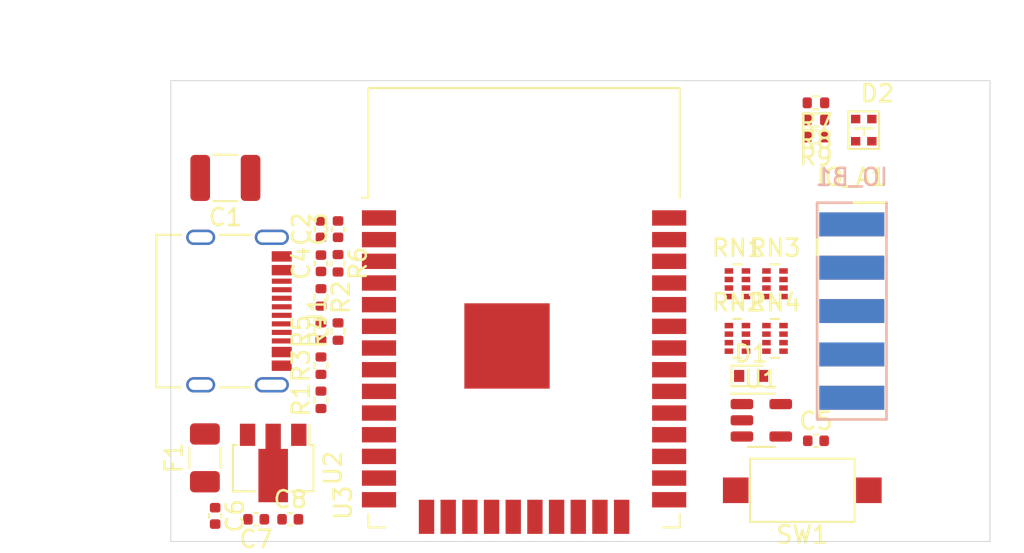
<source format=kicad_pcb>
(kicad_pcb (version 20171130) (host pcbnew "(5.1.5)-3")

  (general
    (thickness 1.6)
    (drawings 5)
    (tracks 0)
    (zones 0)
    (modules 31)
    (nets 44)
  )

  (page A4)
  (layers
    (0 F.Cu signal)
    (31 B.Cu signal)
    (32 B.Adhes user hide)
    (33 F.Adhes user hide)
    (34 B.Paste user)
    (35 F.Paste user hide)
    (36 B.SilkS user)
    (37 F.SilkS user)
    (38 B.Mask user)
    (39 F.Mask user)
    (40 Dwgs.User user hide)
    (41 Cmts.User user hide)
    (42 Eco1.User user)
    (43 Eco2.User user hide)
    (44 Edge.Cuts user)
    (45 Margin user hide)
    (46 B.CrtYd user hide)
    (47 F.CrtYd user)
    (48 B.Fab user hide)
    (49 F.Fab user hide)
  )

  (setup
    (last_trace_width 0.1016)
    (user_trace_width 0.1524)
    (user_trace_width 0.2032)
    (user_trace_width 0.3048)
    (user_trace_width 0.4064)
    (user_trace_width 0.508)
    (user_trace_width 0.6096)
    (trace_clearance 0.1016)
    (zone_clearance 0.3048)
    (zone_45_only no)
    (trace_min 0.1016)
    (via_size 0.4064)
    (via_drill 0.2032)
    (via_min_size 0.4064)
    (via_min_drill 0.2032)
    (uvia_size 0.3048)
    (uvia_drill 0.1016)
    (uvias_allowed no)
    (uvia_min_size 0.3048)
    (uvia_min_drill 0.1016)
    (edge_width 0.05)
    (segment_width 0.2)
    (pcb_text_width 0.3)
    (pcb_text_size 1.5 1.5)
    (mod_edge_width 0.12)
    (mod_text_size 1 1)
    (mod_text_width 0.15)
    (pad_size 1.524 1.524)
    (pad_drill 0.762)
    (pad_to_mask_clearance 0.051)
    (solder_mask_min_width 0.25)
    (aux_axis_origin 88 126)
    (grid_origin 88 126)
    (visible_elements 7FFFFFFF)
    (pcbplotparams
      (layerselection 0x010fc_ffffffff)
      (usegerberextensions false)
      (usegerberattributes false)
      (usegerberadvancedattributes false)
      (creategerberjobfile true)
      (excludeedgelayer true)
      (linewidth 0.150000)
      (plotframeref false)
      (viasonmask false)
      (mode 1)
      (useauxorigin false)
      (hpglpennumber 1)
      (hpglpenspeed 20)
      (hpglpendiameter 15.000000)
      (psnegative false)
      (psa4output false)
      (plotreference true)
      (plotvalue true)
      (plotinvisibletext false)
      (padsonsilk false)
      (subtractmaskfromsilk false)
      (outputformat 1)
      (mirror false)
      (drillshape 0)
      (scaleselection 1)
      (outputdirectory "gerber/"))
  )

  (net 0 "")
  (net 1 GND)
  (net 2 /USB_5V)
  (net 3 /LED_R)
  (net 4 /LED_G)
  (net 5 /KEY)
  (net 6 VCC)
  (net 7 /CHIP_EN)
  (net 8 /FSPI_MISO_B)
  (net 9 "Net-(D1-Pad2)")
  (net 10 "Net-(D2-Pad4)")
  (net 11 "Net-(D2-Pad3)")
  (net 12 "Net-(D2-Pad1)")
  (net 13 /EXT5V)
  (net 14 /TDO|RX2)
  (net 15 /SRST|SWRST)
  (net 16 /TCK|SWCLK)
  (net 17 /TMS|SWDIO)
  (net 18 /TDI)
  (net 19 /RX1)
  (net 20 /TX1)
  (net 21 /TRST|TX2)
  (net 22 "Net-(J1-PadB5)")
  (net 23 "Net-(J1-PadA6)")
  (net 24 "Net-(J1-PadA5)")
  (net 25 "Net-(J1-PadA7)")
  (net 26 /SHIELD)
  (net 27 /USB_DM)
  (net 28 /USB_DP)
  (net 29 /LED_B)
  (net 30 /FSPI_MOSI_A)
  (net 31 /GPIO38)
  (net 32 /FSPI_CLK)
  (net 33 /TXD0)
  (net 34 /RXD0)
  (net 35 /GPIO01)
  (net 36 /FSPI_MISO_A)
  (net 37 /GPIO00)
  (net 38 /MTDI)
  (net 39 /MTMS)
  (net 40 /MTCK)
  (net 41 /MTDO)
  (net 42 /IOSPI_MISO)
  (net 43 /FSPI_MOSI_B)

  (net_class Default 这是默认网络类。
    (clearance 0.1016)
    (trace_width 0.1016)
    (via_dia 0.4064)
    (via_drill 0.2032)
    (uvia_dia 0.3048)
    (uvia_drill 0.1016)
    (diff_pair_width 0.1016)
    (diff_pair_gap 0.1016)
    (add_net /CHIP_EN)
    (add_net /EXT5V)
    (add_net /FSPI_CLK)
    (add_net /FSPI_MISO_A)
    (add_net /FSPI_MISO_B)
    (add_net /FSPI_MOSI_A)
    (add_net /FSPI_MOSI_B)
    (add_net /GPIO00)
    (add_net /GPIO01)
    (add_net /GPIO38)
    (add_net /IOSPI_MISO)
    (add_net /KEY)
    (add_net /LED_B)
    (add_net /LED_G)
    (add_net /LED_R)
    (add_net /MTCK)
    (add_net /MTDI)
    (add_net /MTDO)
    (add_net /MTMS)
    (add_net /RX1)
    (add_net /RXD0)
    (add_net /SHIELD)
    (add_net /SRST|SWRST)
    (add_net /TCK|SWCLK)
    (add_net /TDI)
    (add_net /TDO|RX2)
    (add_net /TMS|SWDIO)
    (add_net /TRST|TX2)
    (add_net /TX1)
    (add_net /TXD0)
    (add_net /USB_5V)
    (add_net /USB_DM)
    (add_net /USB_DP)
    (add_net GND)
    (add_net "Net-(D1-Pad2)")
    (add_net "Net-(D2-Pad1)")
    (add_net "Net-(D2-Pad3)")
    (add_net "Net-(D2-Pad4)")
    (add_net "Net-(J1-PadA5)")
    (add_net "Net-(J1-PadA6)")
    (add_net "Net-(J1-PadA7)")
    (add_net "Net-(J1-PadB5)")
    (add_net "Net-(U3-Pad10)")
    (add_net "Net-(U3-Pad11)")
    (add_net "Net-(U3-Pad14)")
    (add_net "Net-(U3-Pad16)")
    (add_net "Net-(U3-Pad36)")
    (add_net "Net-(U3-Pad4)")
    (add_net "Net-(U3-Pad5)")
    (add_net "Net-(U3-Pad6)")
    (add_net "Net-(U3-Pad7)")
    (add_net "Net-(U3-Pad8)")
    (add_net "Net-(U3-Pad9)")
    (add_net VCC)
  )

  (module Button_Switch_SMD:SW_SPST_CK_RS282G05A3 (layer F.Cu) (tedit 5A7A67D2) (tstamp 5FFB1001)
    (at 127 130.5 180)
    (descr https://www.mouser.com/ds/2/60/RS-282G05A-SM_RT-1159762.pdf)
    (tags "SPST button tactile switch")
    (path /5DDEB552)
    (attr smd)
    (fp_text reference SW1 (at 0 -2.6) (layer F.SilkS)
      (effects (font (size 1 1) (thickness 0.15)))
    )
    (fp_text value SW_Push (at 0 3) (layer F.Fab)
      (effects (font (size 1 1) (thickness 0.15)))
    )
    (fp_line (start 3 -1.8) (end 3 1.8) (layer F.Fab) (width 0.1))
    (fp_line (start -3 -1.8) (end -3 1.8) (layer F.Fab) (width 0.1))
    (fp_line (start -3 -1.8) (end 3 -1.8) (layer F.Fab) (width 0.1))
    (fp_line (start -3 1.8) (end 3 1.8) (layer F.Fab) (width 0.1))
    (fp_line (start -1.5 -0.8) (end -1.5 0.8) (layer F.Fab) (width 0.1))
    (fp_line (start 1.5 -0.8) (end 1.5 0.8) (layer F.Fab) (width 0.1))
    (fp_line (start -1.5 -0.8) (end 1.5 -0.8) (layer F.Fab) (width 0.1))
    (fp_line (start -1.5 0.8) (end 1.5 0.8) (layer F.Fab) (width 0.1))
    (fp_line (start -3.06 1.85) (end -3.06 -1.85) (layer F.SilkS) (width 0.12))
    (fp_line (start 3.06 1.85) (end -3.06 1.85) (layer F.SilkS) (width 0.12))
    (fp_line (start 3.06 -1.85) (end 3.06 1.85) (layer F.SilkS) (width 0.12))
    (fp_line (start -3.06 -1.85) (end 3.06 -1.85) (layer F.SilkS) (width 0.12))
    (fp_line (start -1.75 1) (end -1.75 -1) (layer F.Fab) (width 0.1))
    (fp_line (start 1.75 1) (end -1.75 1) (layer F.Fab) (width 0.1))
    (fp_line (start 1.75 -1) (end 1.75 1) (layer F.Fab) (width 0.1))
    (fp_line (start -1.75 -1) (end 1.75 -1) (layer F.Fab) (width 0.1))
    (fp_text user %R (at 0 -2.6) (layer F.Fab)
      (effects (font (size 1 1) (thickness 0.15)))
    )
    (fp_line (start -4.9 -2.05) (end 4.9 -2.05) (layer F.CrtYd) (width 0.05))
    (fp_line (start 4.9 -2.05) (end 4.9 2.05) (layer F.CrtYd) (width 0.05))
    (fp_line (start 4.9 2.05) (end -4.9 2.05) (layer F.CrtYd) (width 0.05))
    (fp_line (start -4.9 2.05) (end -4.9 -2.05) (layer F.CrtYd) (width 0.05))
    (pad 2 smd rect (at 3.9 0 180) (size 1.5 1.5) (layers F.Cu F.Paste F.Mask)
      (net 5 /KEY))
    (pad 1 smd rect (at -3.9 0 180) (size 1.5 1.5) (layers F.Cu F.Paste F.Mask)
      (net 1 GND))
    (model ${KISYS3DMOD}/Button_Switch_SMD.3dshapes/SW_SPST_CK_RS282G05A3.wrl
      (at (xyz 0 0 0))
      (scale (xyz 1 1 1))
      (rotate (xyz 0 0 0))
    )
  )

  (module RF_Module:ESP32-WROOM-32 (layer F.Cu) (tedit 5B5B4654) (tstamp 5FFB10EF)
    (at 110.7 122.8)
    (descr "Single 2.4 GHz Wi-Fi and Bluetooth combo chip https://www.espressif.com/sites/default/files/documentation/esp32-wroom-32_datasheet_en.pdf")
    (tags "Single 2.4 GHz Wi-Fi and Bluetooth combo  chip")
    (path /605E5C20)
    (attr smd)
    (fp_text reference U3 (at -10.61 8.43 90) (layer F.SilkS)
      (effects (font (size 1 1) (thickness 0.15)))
    )
    (fp_text value "ESP32-S2-SOLO(-U)" (at 0 11.5) (layer F.Fab)
      (effects (font (size 1 1) (thickness 0.15)))
    )
    (fp_line (start -9.12 -9.445) (end -9.5 -9.445) (layer F.SilkS) (width 0.12))
    (fp_line (start -9.12 -15.865) (end -9.12 -9.445) (layer F.SilkS) (width 0.12))
    (fp_line (start 9.12 -15.865) (end 9.12 -9.445) (layer F.SilkS) (width 0.12))
    (fp_line (start -9.12 -15.865) (end 9.12 -15.865) (layer F.SilkS) (width 0.12))
    (fp_line (start 9.12 9.88) (end 8.12 9.88) (layer F.SilkS) (width 0.12))
    (fp_line (start 9.12 9.1) (end 9.12 9.88) (layer F.SilkS) (width 0.12))
    (fp_line (start -9.12 9.88) (end -8.12 9.88) (layer F.SilkS) (width 0.12))
    (fp_line (start -9.12 9.1) (end -9.12 9.88) (layer F.SilkS) (width 0.12))
    (fp_line (start 8.4 -20.6) (end 8.2 -20.4) (layer Cmts.User) (width 0.1))
    (fp_line (start 8.4 -16) (end 8.4 -20.6) (layer Cmts.User) (width 0.1))
    (fp_line (start 8.4 -20.6) (end 8.6 -20.4) (layer Cmts.User) (width 0.1))
    (fp_line (start 8.4 -16) (end 8.6 -16.2) (layer Cmts.User) (width 0.1))
    (fp_line (start 8.4 -16) (end 8.2 -16.2) (layer Cmts.User) (width 0.1))
    (fp_line (start -9.2 -13.875) (end -9.4 -14.075) (layer Cmts.User) (width 0.1))
    (fp_line (start -13.8 -13.875) (end -9.2 -13.875) (layer Cmts.User) (width 0.1))
    (fp_line (start -9.2 -13.875) (end -9.4 -13.675) (layer Cmts.User) (width 0.1))
    (fp_line (start -13.8 -13.875) (end -13.6 -13.675) (layer Cmts.User) (width 0.1))
    (fp_line (start -13.8 -13.875) (end -13.6 -14.075) (layer Cmts.User) (width 0.1))
    (fp_line (start 9.2 -13.875) (end 9.4 -13.675) (layer Cmts.User) (width 0.1))
    (fp_line (start 9.2 -13.875) (end 9.4 -14.075) (layer Cmts.User) (width 0.1))
    (fp_line (start 13.8 -13.875) (end 13.6 -13.675) (layer Cmts.User) (width 0.1))
    (fp_line (start 13.8 -13.875) (end 13.6 -14.075) (layer Cmts.User) (width 0.1))
    (fp_line (start 9.2 -13.875) (end 13.8 -13.875) (layer Cmts.User) (width 0.1))
    (fp_line (start 14 -11.585) (end 12 -9.97) (layer Dwgs.User) (width 0.1))
    (fp_line (start 14 -13.2) (end 10 -9.97) (layer Dwgs.User) (width 0.1))
    (fp_line (start 14 -14.815) (end 8 -9.97) (layer Dwgs.User) (width 0.1))
    (fp_line (start 14 -16.43) (end 6 -9.97) (layer Dwgs.User) (width 0.1))
    (fp_line (start 14 -18.045) (end 4 -9.97) (layer Dwgs.User) (width 0.1))
    (fp_line (start 14 -19.66) (end 2 -9.97) (layer Dwgs.User) (width 0.1))
    (fp_line (start 13.475 -20.75) (end 0 -9.97) (layer Dwgs.User) (width 0.1))
    (fp_line (start 11.475 -20.75) (end -2 -9.97) (layer Dwgs.User) (width 0.1))
    (fp_line (start 9.475 -20.75) (end -4 -9.97) (layer Dwgs.User) (width 0.1))
    (fp_line (start 7.475 -20.75) (end -6 -9.97) (layer Dwgs.User) (width 0.1))
    (fp_line (start -8 -9.97) (end 5.475 -20.75) (layer Dwgs.User) (width 0.1))
    (fp_line (start 3.475 -20.75) (end -10 -9.97) (layer Dwgs.User) (width 0.1))
    (fp_line (start 1.475 -20.75) (end -12 -9.97) (layer Dwgs.User) (width 0.1))
    (fp_line (start -0.525 -20.75) (end -14 -9.97) (layer Dwgs.User) (width 0.1))
    (fp_line (start -2.525 -20.75) (end -14 -11.585) (layer Dwgs.User) (width 0.1))
    (fp_line (start -4.525 -20.75) (end -14 -13.2) (layer Dwgs.User) (width 0.1))
    (fp_line (start -6.525 -20.75) (end -14 -14.815) (layer Dwgs.User) (width 0.1))
    (fp_line (start -8.525 -20.75) (end -14 -16.43) (layer Dwgs.User) (width 0.1))
    (fp_line (start -10.525 -20.75) (end -14 -18.045) (layer Dwgs.User) (width 0.1))
    (fp_line (start -12.525 -20.75) (end -14 -19.66) (layer Dwgs.User) (width 0.1))
    (fp_line (start 9.75 -9.72) (end 14.25 -9.72) (layer F.CrtYd) (width 0.05))
    (fp_line (start -14.25 -9.72) (end -9.75 -9.72) (layer F.CrtYd) (width 0.05))
    (fp_line (start 14.25 -21) (end 14.25 -9.72) (layer F.CrtYd) (width 0.05))
    (fp_line (start -14.25 -21) (end -14.25 -9.72) (layer F.CrtYd) (width 0.05))
    (fp_line (start 14 -20.75) (end -14 -20.75) (layer Dwgs.User) (width 0.1))
    (fp_line (start 14 -9.97) (end 14 -20.75) (layer Dwgs.User) (width 0.1))
    (fp_line (start 14 -9.97) (end -14 -9.97) (layer Dwgs.User) (width 0.1))
    (fp_line (start -9 -9.02) (end -8.5 -9.52) (layer F.Fab) (width 0.1))
    (fp_line (start -8.5 -9.52) (end -9 -10.02) (layer F.Fab) (width 0.1))
    (fp_line (start -9 -9.02) (end -9 9.76) (layer F.Fab) (width 0.1))
    (fp_line (start -14.25 -21) (end 14.25 -21) (layer F.CrtYd) (width 0.05))
    (fp_line (start 9.75 -9.72) (end 9.75 10.5) (layer F.CrtYd) (width 0.05))
    (fp_line (start -9.75 10.5) (end 9.75 10.5) (layer F.CrtYd) (width 0.05))
    (fp_line (start -9.75 10.5) (end -9.75 -9.72) (layer F.CrtYd) (width 0.05))
    (fp_line (start -9 -15.745) (end 9 -15.745) (layer F.Fab) (width 0.1))
    (fp_line (start -9 -15.745) (end -9 -10.02) (layer F.Fab) (width 0.1))
    (fp_line (start -9 9.76) (end 9 9.76) (layer F.Fab) (width 0.1))
    (fp_line (start 9 9.76) (end 9 -15.745) (layer F.Fab) (width 0.1))
    (fp_line (start -14 -9.97) (end -14 -20.75) (layer Dwgs.User) (width 0.1))
    (fp_text user "5 mm" (at 7.8 -19.075 90) (layer Cmts.User)
      (effects (font (size 0.5 0.5) (thickness 0.1)))
    )
    (fp_text user "5 mm" (at -11.2 -14.375) (layer Cmts.User)
      (effects (font (size 0.5 0.5) (thickness 0.1)))
    )
    (fp_text user "5 mm" (at 11.8 -14.375) (layer Cmts.User)
      (effects (font (size 0.5 0.5) (thickness 0.1)))
    )
    (fp_text user Antenna (at 0 -13) (layer Cmts.User)
      (effects (font (size 1 1) (thickness 0.15)))
    )
    (fp_text user "KEEP-OUT ZONE" (at 0 -19) (layer Cmts.User)
      (effects (font (size 1 1) (thickness 0.15)))
    )
    (fp_text user %R (at 0 0) (layer F.Fab)
      (effects (font (size 1 1) (thickness 0.15)))
    )
    (pad 38 smd rect (at 8.5 -8.255) (size 2 0.9) (layers F.Cu F.Paste F.Mask)
      (net 1 GND))
    (pad 37 smd rect (at 8.5 -6.985) (size 2 0.9) (layers F.Cu F.Paste F.Mask)
      (net 35 /GPIO01))
    (pad 36 smd rect (at 8.5 -5.715) (size 2 0.9) (layers F.Cu F.Paste F.Mask))
    (pad 35 smd rect (at 8.5 -4.445) (size 2 0.9) (layers F.Cu F.Paste F.Mask)
      (net 33 /TXD0))
    (pad 34 smd rect (at 8.5 -3.175) (size 2 0.9) (layers F.Cu F.Paste F.Mask)
      (net 34 /RXD0))
    (pad 33 smd rect (at 8.5 -1.905) (size 2 0.9) (layers F.Cu F.Paste F.Mask)
      (net 39 /MTMS))
    (pad 32 smd rect (at 8.5 -0.635) (size 2 0.9) (layers F.Cu F.Paste F.Mask)
      (net 38 /MTDI))
    (pad 31 smd rect (at 8.5 0.635) (size 2 0.9) (layers F.Cu F.Paste F.Mask)
      (net 41 /MTDO))
    (pad 30 smd rect (at 8.5 1.905) (size 2 0.9) (layers F.Cu F.Paste F.Mask)
      (net 40 /MTCK))
    (pad 29 smd rect (at 8.5 3.175) (size 2 0.9) (layers F.Cu F.Paste F.Mask)
      (net 31 /GPIO38))
    (pad 28 smd rect (at 8.5 4.445) (size 2 0.9) (layers F.Cu F.Paste F.Mask)
      (net 8 /FSPI_MISO_B))
    (pad 27 smd rect (at 8.5 5.715) (size 2 0.9) (layers F.Cu F.Paste F.Mask)
      (net 32 /FSPI_CLK))
    (pad 26 smd rect (at 8.5 6.985) (size 2 0.9) (layers F.Cu F.Paste F.Mask)
      (net 43 /FSPI_MOSI_B))
    (pad 25 smd rect (at 8.5 8.255) (size 2 0.9) (layers F.Cu F.Paste F.Mask)
      (net 37 /GPIO00))
    (pad 24 smd rect (at 5.715 9.255 90) (size 2 0.9) (layers F.Cu F.Paste F.Mask)
      (net 5 /KEY))
    (pad 23 smd rect (at 4.445 9.255 90) (size 2 0.9) (layers F.Cu F.Paste F.Mask)
      (net 29 /LED_B))
    (pad 22 smd rect (at 3.175 9.255 90) (size 2 0.9) (layers F.Cu F.Paste F.Mask)
      (net 4 /LED_G))
    (pad 21 smd rect (at 1.905 9.255 90) (size 2 0.9) (layers F.Cu F.Paste F.Mask)
      (net 3 /LED_R))
    (pad 20 smd rect (at 0.635 9.255 90) (size 2 0.9) (layers F.Cu F.Paste F.Mask)
      (net 36 /FSPI_MISO_A))
    (pad 19 smd rect (at -0.635 9.255 90) (size 2 0.9) (layers F.Cu F.Paste F.Mask)
      (net 32 /FSPI_CLK))
    (pad 18 smd rect (at -1.905 9.255 90) (size 2 0.9) (layers F.Cu F.Paste F.Mask)
      (net 30 /FSPI_MOSI_A))
    (pad 17 smd rect (at -3.175 9.255 90) (size 2 0.9) (layers F.Cu F.Paste F.Mask)
      (net 42 /IOSPI_MISO))
    (pad 16 smd rect (at -4.445 9.255 90) (size 2 0.9) (layers F.Cu F.Paste F.Mask))
    (pad 15 smd rect (at -5.715 9.255 90) (size 2 0.9) (layers F.Cu F.Paste F.Mask)
      (net 1 GND))
    (pad 14 smd rect (at -8.5 8.255) (size 2 0.9) (layers F.Cu F.Paste F.Mask))
    (pad 13 smd rect (at -8.5 6.985) (size 2 0.9) (layers F.Cu F.Paste F.Mask)
      (net 28 /USB_DP))
    (pad 12 smd rect (at -8.5 5.715) (size 2 0.9) (layers F.Cu F.Paste F.Mask)
      (net 27 /USB_DM))
    (pad 11 smd rect (at -8.5 4.445) (size 2 0.9) (layers F.Cu F.Paste F.Mask))
    (pad 10 smd rect (at -8.5 3.175) (size 2 0.9) (layers F.Cu F.Paste F.Mask))
    (pad 9 smd rect (at -8.5 1.905) (size 2 0.9) (layers F.Cu F.Paste F.Mask))
    (pad 8 smd rect (at -8.5 0.635) (size 2 0.9) (layers F.Cu F.Paste F.Mask))
    (pad 7 smd rect (at -8.5 -0.635) (size 2 0.9) (layers F.Cu F.Paste F.Mask))
    (pad 6 smd rect (at -8.5 -1.905) (size 2 0.9) (layers F.Cu F.Paste F.Mask))
    (pad 5 smd rect (at -8.5 -3.175) (size 2 0.9) (layers F.Cu F.Paste F.Mask))
    (pad 4 smd rect (at -8.5 -4.445) (size 2 0.9) (layers F.Cu F.Paste F.Mask))
    (pad 3 smd rect (at -8.5 -5.715) (size 2 0.9) (layers F.Cu F.Paste F.Mask)
      (net 7 /CHIP_EN))
    (pad 2 smd rect (at -8.5 -6.985) (size 2 0.9) (layers F.Cu F.Paste F.Mask)
      (net 6 VCC))
    (pad 1 smd rect (at -8.5 -8.255) (size 2 0.9) (layers F.Cu F.Paste F.Mask)
      (net 1 GND))
    (pad 39 smd rect (at -1 -0.755) (size 5 5) (layers F.Cu F.Paste F.Mask)
      (net 1 GND))
    (model ${KISYS3DMOD}/RF_Module.3dshapes/ESP32-WROOM-32.wrl
      (at (xyz 0 0 0))
      (scale (xyz 1 1 1))
      (rotate (xyz 0 0 0))
    )
  )

  (module Package_TO_SOT_SMD:SOT-89-3 (layer F.Cu) (tedit 5C33D6E8) (tstamp 5FFB1080)
    (at 96 128.9 270)
    (descr "SOT-89-3, http://ww1.microchip.com/downloads/en/DeviceDoc/3L_SOT-89_MB_C04-029C.pdf")
    (tags SOT-89-3)
    (path /5F8D8DB2)
    (attr smd)
    (fp_text reference U2 (at 0.3 -3.5 90) (layer F.SilkS)
      (effects (font (size 1 1) (thickness 0.15)))
    )
    (fp_text value AP1117-3.3 (at 0.3 3.5 90) (layer F.Fab)
      (effects (font (size 1 1) (thickness 0.15)))
    )
    (fp_line (start -1.06 2.36) (end -1.06 2.13) (layer F.SilkS) (width 0.12))
    (fp_line (start -1.06 -2.36) (end -1.06 -2.13) (layer F.SilkS) (width 0.12))
    (fp_line (start -1.06 -2.36) (end 1.66 -2.36) (layer F.SilkS) (width 0.12))
    (fp_line (start -2.55 2.5) (end -2.55 -2.5) (layer F.CrtYd) (width 0.05))
    (fp_line (start -2.55 2.5) (end 2.55 2.5) (layer F.CrtYd) (width 0.05))
    (fp_line (start 2.55 -2.5) (end -2.55 -2.5) (layer F.CrtYd) (width 0.05))
    (fp_line (start 2.55 -2.5) (end 2.55 2.5) (layer F.CrtYd) (width 0.05))
    (fp_line (start 0.05 -2.25) (end 1.55 -2.25) (layer F.Fab) (width 0.1))
    (fp_line (start -0.95 2.25) (end -0.95 -1.25) (layer F.Fab) (width 0.1))
    (fp_line (start 1.55 2.25) (end -0.95 2.25) (layer F.Fab) (width 0.1))
    (fp_line (start 1.55 -2.25) (end 1.55 2.25) (layer F.Fab) (width 0.1))
    (fp_line (start -0.95 -1.25) (end 0.05 -2.25) (layer F.Fab) (width 0.1))
    (fp_line (start 1.66 -2.36) (end 1.66 -1.05) (layer F.SilkS) (width 0.12))
    (fp_line (start -2.2 -2.13) (end -1.06 -2.13) (layer F.SilkS) (width 0.12))
    (fp_line (start 1.66 2.36) (end -1.06 2.36) (layer F.SilkS) (width 0.12))
    (fp_line (start 1.66 1.05) (end 1.66 2.36) (layer F.SilkS) (width 0.12))
    (fp_text user %R (at 0.5 0) (layer F.Fab)
      (effects (font (size 1 1) (thickness 0.15)))
    )
    (pad 2 smd custom (at -1.5625 0 270) (size 1.475 0.9) (layers F.Cu F.Paste F.Mask)
      (net 6 VCC) (zone_connect 2)
      (options (clearance outline) (anchor rect))
      (primitives
        (gr_poly (pts
           (xy 0.7375 -0.8665) (xy 3.8625 -0.8665) (xy 3.8625 0.8665) (xy 0.7375 0.8665)) (width 0))
      ))
    (pad 3 smd rect (at -1.65 1.5 270) (size 1.3 0.9) (layers F.Cu F.Paste F.Mask)
      (net 2 /USB_5V))
    (pad 1 smd rect (at -1.65 -1.5 270) (size 1.3 0.9) (layers F.Cu F.Paste F.Mask)
      (net 1 GND))
    (model ${KISYS3DMOD}/Package_TO_SOT_SMD.3dshapes/SOT-89-3.wrl
      (at (xyz 0 0 0))
      (scale (xyz 1 1 1))
      (rotate (xyz 0 0 0))
    )
  )

  (module Package_TO_SOT_SMD:SOT-23-5 (layer F.Cu) (tedit 5F6F9B37) (tstamp 5FFB1068)
    (at 124.6 126.4)
    (descr "SOT, 5 Pin (https://www.jedec.org/sites/default/files/docs/Mo-178c.PDF variant AA), generated with kicad-footprint-generator ipc_gullwing_generator.py")
    (tags "SOT TO_SOT_SMD")
    (path /5FF90321)
    (attr smd)
    (fp_text reference U1 (at 0 -2.4) (layer F.SilkS)
      (effects (font (size 1 1) (thickness 0.15)))
    )
    (fp_text value 74AHC1G08 (at 0 2.4) (layer F.Fab)
      (effects (font (size 1 1) (thickness 0.15)))
    )
    (fp_text user %R (at 0 0) (layer F.Fab)
      (effects (font (size 0.4 0.4) (thickness 0.06)))
    )
    (fp_line (start 2.05 -1.7) (end -2.05 -1.7) (layer F.CrtYd) (width 0.05))
    (fp_line (start 2.05 1.7) (end 2.05 -1.7) (layer F.CrtYd) (width 0.05))
    (fp_line (start -2.05 1.7) (end 2.05 1.7) (layer F.CrtYd) (width 0.05))
    (fp_line (start -2.05 -1.7) (end -2.05 1.7) (layer F.CrtYd) (width 0.05))
    (fp_line (start -0.8 -1.05) (end -0.4 -1.45) (layer F.Fab) (width 0.1))
    (fp_line (start -0.8 1.45) (end -0.8 -1.05) (layer F.Fab) (width 0.1))
    (fp_line (start 0.8 1.45) (end -0.8 1.45) (layer F.Fab) (width 0.1))
    (fp_line (start 0.8 -1.45) (end 0.8 1.45) (layer F.Fab) (width 0.1))
    (fp_line (start -0.4 -1.45) (end 0.8 -1.45) (layer F.Fab) (width 0.1))
    (fp_line (start 0 -1.56) (end -1.8 -1.56) (layer F.SilkS) (width 0.12))
    (fp_line (start 0 -1.56) (end 0.8 -1.56) (layer F.SilkS) (width 0.12))
    (fp_line (start 0 1.56) (end -0.8 1.56) (layer F.SilkS) (width 0.12))
    (fp_line (start 0 1.56) (end 0.8 1.56) (layer F.SilkS) (width 0.12))
    (pad 5 smd roundrect (at 1.1375 -0.95) (size 1.325 0.6) (layers F.Cu F.Paste F.Mask) (roundrect_rratio 0.25)
      (net 6 VCC))
    (pad 4 smd roundrect (at 1.1375 0.95) (size 1.325 0.6) (layers F.Cu F.Paste F.Mask) (roundrect_rratio 0.25)
      (net 9 "Net-(D1-Pad2)"))
    (pad 3 smd roundrect (at -1.1375 0.95) (size 1.325 0.6) (layers F.Cu F.Paste F.Mask) (roundrect_rratio 0.25)
      (net 1 GND))
    (pad 2 smd roundrect (at -1.1375 0) (size 1.325 0.6) (layers F.Cu F.Paste F.Mask) (roundrect_rratio 0.25)
      (net 42 /IOSPI_MISO))
    (pad 1 smd roundrect (at -1.1375 -0.95) (size 1.325 0.6) (layers F.Cu F.Paste F.Mask) (roundrect_rratio 0.25)
      (net 43 /FSPI_MOSI_B))
    (model ${KISYS3DMOD}/Package_TO_SOT_SMD.3dshapes/SOT-23-5.wrl
      (at (xyz 0 0 0))
      (scale (xyz 1 1 1))
      (rotate (xyz 0 0 0))
    )
  )

  (module Resistor_SMD:R_Array_Concave_4x0402 (layer F.Cu) (tedit 58E0A888) (tstamp 5FFB0FE7)
    (at 125.4 121.6)
    (descr "Thick Film Chip Resistor Array, Wave soldering, Vishay CRA04P (see cra04p.pdf)")
    (tags "resistor array")
    (path /5FF90313)
    (attr smd)
    (fp_text reference RN4 (at 0 -2.1) (layer F.SilkS)
      (effects (font (size 1 1) (thickness 0.15)))
    )
    (fp_text value 220k (at 0 2.1) (layer F.Fab)
      (effects (font (size 1 1) (thickness 0.15)))
    )
    (fp_line (start 1 1.25) (end -1 1.25) (layer F.CrtYd) (width 0.05))
    (fp_line (start 1 1.25) (end 1 -1.25) (layer F.CrtYd) (width 0.05))
    (fp_line (start -1 -1.25) (end -1 1.25) (layer F.CrtYd) (width 0.05))
    (fp_line (start -1 -1.25) (end 1 -1.25) (layer F.CrtYd) (width 0.05))
    (fp_line (start 0.25 1.14) (end -0.25 1.14) (layer F.SilkS) (width 0.12))
    (fp_line (start 0.25 -1.14) (end -0.25 -1.14) (layer F.SilkS) (width 0.12))
    (fp_line (start -0.5 1) (end -0.5 -1) (layer F.Fab) (width 0.1))
    (fp_line (start 0.5 1) (end -0.5 1) (layer F.Fab) (width 0.1))
    (fp_line (start 0.5 -1) (end 0.5 1) (layer F.Fab) (width 0.1))
    (fp_line (start -0.5 -1) (end 0.5 -1) (layer F.Fab) (width 0.1))
    (fp_text user %R (at 0 0 90) (layer F.Fab)
      (effects (font (size 0.5 0.5) (thickness 0.075)))
    )
    (pad 5 smd rect (at 0.5 0.75) (size 0.5 0.32) (layers F.Cu F.Paste F.Mask)
      (net 1 GND))
    (pad 6 smd rect (at 0.5 0.25) (size 0.5 0.32) (layers F.Cu F.Paste F.Mask)
      (net 1 GND))
    (pad 8 smd rect (at 0.5 -0.75) (size 0.5 0.32) (layers F.Cu F.Paste F.Mask)
      (net 1 GND))
    (pad 7 smd rect (at 0.5 -0.25) (size 0.5 0.32) (layers F.Cu F.Paste F.Mask)
      (net 1 GND))
    (pad 4 smd rect (at -0.5 0.75) (size 0.5 0.32) (layers F.Cu F.Paste F.Mask)
      (net 20 /TX1))
    (pad 2 smd rect (at -0.5 -0.25) (size 0.5 0.32) (layers F.Cu F.Paste F.Mask)
      (net 19 /RX1))
    (pad 3 smd rect (at -0.5 0.25) (size 0.5 0.32) (layers F.Cu F.Paste F.Mask)
      (net 15 /SRST|SWRST))
    (pad 1 smd rect (at -0.5 -0.75) (size 0.5 0.32) (layers F.Cu F.Paste F.Mask)
      (net 14 /TDO|RX2))
    (model ${KISYS3DMOD}/Resistor_SMD.3dshapes/R_Array_Concave_4x0402.wrl
      (at (xyz 0 0 0))
      (scale (xyz 1 1 1))
      (rotate (xyz 0 0 0))
    )
  )

  (module Resistor_SMD:R_Array_Concave_4x0402 (layer F.Cu) (tedit 58E0A888) (tstamp 5FFB0FD0)
    (at 125.4 118.4)
    (descr "Thick Film Chip Resistor Array, Wave soldering, Vishay CRA04P (see cra04p.pdf)")
    (tags "resistor array")
    (path /5FF90312)
    (attr smd)
    (fp_text reference RN3 (at 0 -2.1) (layer F.SilkS)
      (effects (font (size 1 1) (thickness 0.15)))
    )
    (fp_text value 220k (at 0 2.1) (layer F.Fab)
      (effects (font (size 1 1) (thickness 0.15)))
    )
    (fp_line (start 1 1.25) (end -1 1.25) (layer F.CrtYd) (width 0.05))
    (fp_line (start 1 1.25) (end 1 -1.25) (layer F.CrtYd) (width 0.05))
    (fp_line (start -1 -1.25) (end -1 1.25) (layer F.CrtYd) (width 0.05))
    (fp_line (start -1 -1.25) (end 1 -1.25) (layer F.CrtYd) (width 0.05))
    (fp_line (start 0.25 1.14) (end -0.25 1.14) (layer F.SilkS) (width 0.12))
    (fp_line (start 0.25 -1.14) (end -0.25 -1.14) (layer F.SilkS) (width 0.12))
    (fp_line (start -0.5 1) (end -0.5 -1) (layer F.Fab) (width 0.1))
    (fp_line (start 0.5 1) (end -0.5 1) (layer F.Fab) (width 0.1))
    (fp_line (start 0.5 -1) (end 0.5 1) (layer F.Fab) (width 0.1))
    (fp_line (start -0.5 -1) (end 0.5 -1) (layer F.Fab) (width 0.1))
    (fp_text user %R (at 0 0 90) (layer F.Fab)
      (effects (font (size 0.5 0.5) (thickness 0.075)))
    )
    (pad 5 smd rect (at 0.5 0.75) (size 0.5 0.32) (layers F.Cu F.Paste F.Mask)
      (net 1 GND))
    (pad 6 smd rect (at 0.5 0.25) (size 0.5 0.32) (layers F.Cu F.Paste F.Mask)
      (net 1 GND))
    (pad 8 smd rect (at 0.5 -0.75) (size 0.5 0.32) (layers F.Cu F.Paste F.Mask)
      (net 1 GND))
    (pad 7 smd rect (at 0.5 -0.25) (size 0.5 0.32) (layers F.Cu F.Paste F.Mask)
      (net 1 GND))
    (pad 4 smd rect (at -0.5 0.75) (size 0.5 0.32) (layers F.Cu F.Paste F.Mask)
      (net 18 /TDI))
    (pad 2 smd rect (at -0.5 -0.25) (size 0.5 0.32) (layers F.Cu F.Paste F.Mask)
      (net 21 /TRST|TX2))
    (pad 3 smd rect (at -0.5 0.25) (size 0.5 0.32) (layers F.Cu F.Paste F.Mask)
      (net 17 /TMS|SWDIO))
    (pad 1 smd rect (at -0.5 -0.75) (size 0.5 0.32) (layers F.Cu F.Paste F.Mask)
      (net 16 /TCK|SWCLK))
    (model ${KISYS3DMOD}/Resistor_SMD.3dshapes/R_Array_Concave_4x0402.wrl
      (at (xyz 0 0 0))
      (scale (xyz 1 1 1))
      (rotate (xyz 0 0 0))
    )
  )

  (module Resistor_SMD:R_Array_Concave_4x0402 (layer F.Cu) (tedit 58E0A888) (tstamp 5FFB0FB9)
    (at 123.2 121.6)
    (descr "Thick Film Chip Resistor Array, Wave soldering, Vishay CRA04P (see cra04p.pdf)")
    (tags "resistor array")
    (path /5FF90311)
    (attr smd)
    (fp_text reference RN2 (at 0 -2.1) (layer F.SilkS)
      (effects (font (size 1 1) (thickness 0.15)))
    )
    (fp_text value 220 (at 0 2.1) (layer F.Fab)
      (effects (font (size 1 1) (thickness 0.15)))
    )
    (fp_line (start 1 1.25) (end -1 1.25) (layer F.CrtYd) (width 0.05))
    (fp_line (start 1 1.25) (end 1 -1.25) (layer F.CrtYd) (width 0.05))
    (fp_line (start -1 -1.25) (end -1 1.25) (layer F.CrtYd) (width 0.05))
    (fp_line (start -1 -1.25) (end 1 -1.25) (layer F.CrtYd) (width 0.05))
    (fp_line (start 0.25 1.14) (end -0.25 1.14) (layer F.SilkS) (width 0.12))
    (fp_line (start 0.25 -1.14) (end -0.25 -1.14) (layer F.SilkS) (width 0.12))
    (fp_line (start -0.5 1) (end -0.5 -1) (layer F.Fab) (width 0.1))
    (fp_line (start 0.5 1) (end -0.5 1) (layer F.Fab) (width 0.1))
    (fp_line (start 0.5 -1) (end 0.5 1) (layer F.Fab) (width 0.1))
    (fp_line (start -0.5 -1) (end 0.5 -1) (layer F.Fab) (width 0.1))
    (fp_text user %R (at 0 0 90) (layer F.Fab)
      (effects (font (size 0.5 0.5) (thickness 0.075)))
    )
    (pad 5 smd rect (at 0.5 0.75) (size 0.5 0.32) (layers F.Cu F.Paste F.Mask)
      (net 20 /TX1))
    (pad 6 smd rect (at 0.5 0.25) (size 0.5 0.32) (layers F.Cu F.Paste F.Mask)
      (net 15 /SRST|SWRST))
    (pad 8 smd rect (at 0.5 -0.75) (size 0.5 0.32) (layers F.Cu F.Paste F.Mask)
      (net 14 /TDO|RX2))
    (pad 7 smd rect (at 0.5 -0.25) (size 0.5 0.32) (layers F.Cu F.Paste F.Mask)
      (net 19 /RX1))
    (pad 4 smd rect (at -0.5 0.75) (size 0.5 0.32) (layers F.Cu F.Paste F.Mask)
      (net 33 /TXD0))
    (pad 2 smd rect (at -0.5 -0.25) (size 0.5 0.32) (layers F.Cu F.Paste F.Mask)
      (net 34 /RXD0))
    (pad 3 smd rect (at -0.5 0.25) (size 0.5 0.32) (layers F.Cu F.Paste F.Mask)
      (net 35 /GPIO01))
    (pad 1 smd rect (at -0.5 -0.75) (size 0.5 0.32) (layers F.Cu F.Paste F.Mask)
      (net 36 /FSPI_MISO_A))
    (model ${KISYS3DMOD}/Resistor_SMD.3dshapes/R_Array_Concave_4x0402.wrl
      (at (xyz 0 0 0))
      (scale (xyz 1 1 1))
      (rotate (xyz 0 0 0))
    )
  )

  (module Resistor_SMD:R_Array_Concave_4x0402 (layer F.Cu) (tedit 58E0A888) (tstamp 5FFB0FA2)
    (at 123.2 118.4)
    (descr "Thick Film Chip Resistor Array, Wave soldering, Vishay CRA04P (see cra04p.pdf)")
    (tags "resistor array")
    (path /5FF90310)
    (attr smd)
    (fp_text reference RN1 (at 0 -2.1) (layer F.SilkS)
      (effects (font (size 1 1) (thickness 0.15)))
    )
    (fp_text value 220 (at 0 2.1) (layer F.Fab)
      (effects (font (size 1 1) (thickness 0.15)))
    )
    (fp_line (start 1 1.25) (end -1 1.25) (layer F.CrtYd) (width 0.05))
    (fp_line (start 1 1.25) (end 1 -1.25) (layer F.CrtYd) (width 0.05))
    (fp_line (start -1 -1.25) (end -1 1.25) (layer F.CrtYd) (width 0.05))
    (fp_line (start -1 -1.25) (end 1 -1.25) (layer F.CrtYd) (width 0.05))
    (fp_line (start 0.25 1.14) (end -0.25 1.14) (layer F.SilkS) (width 0.12))
    (fp_line (start 0.25 -1.14) (end -0.25 -1.14) (layer F.SilkS) (width 0.12))
    (fp_line (start -0.5 1) (end -0.5 -1) (layer F.Fab) (width 0.1))
    (fp_line (start 0.5 1) (end -0.5 1) (layer F.Fab) (width 0.1))
    (fp_line (start 0.5 -1) (end 0.5 1) (layer F.Fab) (width 0.1))
    (fp_line (start -0.5 -1) (end 0.5 -1) (layer F.Fab) (width 0.1))
    (fp_text user %R (at 0 0 90) (layer F.Fab)
      (effects (font (size 0.5 0.5) (thickness 0.075)))
    )
    (pad 5 smd rect (at 0.5 0.75) (size 0.5 0.32) (layers F.Cu F.Paste F.Mask)
      (net 18 /TDI))
    (pad 6 smd rect (at 0.5 0.25) (size 0.5 0.32) (layers F.Cu F.Paste F.Mask)
      (net 17 /TMS|SWDIO))
    (pad 8 smd rect (at 0.5 -0.75) (size 0.5 0.32) (layers F.Cu F.Paste F.Mask)
      (net 16 /TCK|SWCLK))
    (pad 7 smd rect (at 0.5 -0.25) (size 0.5 0.32) (layers F.Cu F.Paste F.Mask)
      (net 21 /TRST|TX2))
    (pad 4 smd rect (at -0.5 0.75) (size 0.5 0.32) (layers F.Cu F.Paste F.Mask)
      (net 30 /FSPI_MOSI_A))
    (pad 2 smd rect (at -0.5 -0.25) (size 0.5 0.32) (layers F.Cu F.Paste F.Mask)
      (net 31 /GPIO38))
    (pad 3 smd rect (at -0.5 0.25) (size 0.5 0.32) (layers F.Cu F.Paste F.Mask)
      (net 8 /FSPI_MISO_B))
    (pad 1 smd rect (at -0.5 -0.75) (size 0.5 0.32) (layers F.Cu F.Paste F.Mask)
      (net 32 /FSPI_CLK))
    (model ${KISYS3DMOD}/Resistor_SMD.3dshapes/R_Array_Concave_4x0402.wrl
      (at (xyz 0 0 0))
      (scale (xyz 1 1 1))
      (rotate (xyz 0 0 0))
    )
  )

  (module Resistor_SMD:R_0402_1005Metric (layer F.Cu) (tedit 5F68FEEE) (tstamp 5FFB0F8B)
    (at 127.8 109.8 180)
    (descr "Resistor SMD 0402 (1005 Metric), square (rectangular) end terminal, IPC_7351 nominal, (Body size source: IPC-SM-782 page 72, https://www.pcb-3d.com/wordpress/wp-content/uploads/ipc-sm-782a_amendment_1_and_2.pdf), generated with kicad-footprint-generator")
    (tags resistor)
    (path /5F1C1FB9)
    (attr smd)
    (fp_text reference R9 (at 0 -1.17) (layer F.SilkS)
      (effects (font (size 1 1) (thickness 0.15)))
    )
    (fp_text value 4.7k (at 0 1.17) (layer F.Fab)
      (effects (font (size 1 1) (thickness 0.15)))
    )
    (fp_text user %R (at 0 0) (layer F.Fab)
      (effects (font (size 0.26 0.26) (thickness 0.04)))
    )
    (fp_line (start 0.93 0.47) (end -0.93 0.47) (layer F.CrtYd) (width 0.05))
    (fp_line (start 0.93 -0.47) (end 0.93 0.47) (layer F.CrtYd) (width 0.05))
    (fp_line (start -0.93 -0.47) (end 0.93 -0.47) (layer F.CrtYd) (width 0.05))
    (fp_line (start -0.93 0.47) (end -0.93 -0.47) (layer F.CrtYd) (width 0.05))
    (fp_line (start -0.153641 0.38) (end 0.153641 0.38) (layer F.SilkS) (width 0.12))
    (fp_line (start -0.153641 -0.38) (end 0.153641 -0.38) (layer F.SilkS) (width 0.12))
    (fp_line (start 0.525 0.27) (end -0.525 0.27) (layer F.Fab) (width 0.1))
    (fp_line (start 0.525 -0.27) (end 0.525 0.27) (layer F.Fab) (width 0.1))
    (fp_line (start -0.525 -0.27) (end 0.525 -0.27) (layer F.Fab) (width 0.1))
    (fp_line (start -0.525 0.27) (end -0.525 -0.27) (layer F.Fab) (width 0.1))
    (pad 2 smd roundrect (at 0.51 0 180) (size 0.54 0.64) (layers F.Cu F.Paste F.Mask) (roundrect_rratio 0.25)
      (net 3 /LED_R))
    (pad 1 smd roundrect (at -0.51 0 180) (size 0.54 0.64) (layers F.Cu F.Paste F.Mask) (roundrect_rratio 0.25)
      (net 12 "Net-(D2-Pad1)"))
    (model ${KISYS3DMOD}/Resistor_SMD.3dshapes/R_0402_1005Metric.wrl
      (at (xyz 0 0 0))
      (scale (xyz 1 1 1))
      (rotate (xyz 0 0 0))
    )
  )

  (module Resistor_SMD:R_0402_1005Metric (layer F.Cu) (tedit 5F68FEEE) (tstamp 5FFB0F7A)
    (at 127.8 108.8 180)
    (descr "Resistor SMD 0402 (1005 Metric), square (rectangular) end terminal, IPC_7351 nominal, (Body size source: IPC-SM-782 page 72, https://www.pcb-3d.com/wordpress/wp-content/uploads/ipc-sm-782a_amendment_1_and_2.pdf), generated with kicad-footprint-generator")
    (tags resistor)
    (path /5FB57134)
    (attr smd)
    (fp_text reference R8 (at 0 -1.17) (layer F.SilkS)
      (effects (font (size 1 1) (thickness 0.15)))
    )
    (fp_text value 4.7k (at 0 1.17) (layer F.Fab)
      (effects (font (size 1 1) (thickness 0.15)))
    )
    (fp_text user %R (at 0 0) (layer F.Fab)
      (effects (font (size 0.26 0.26) (thickness 0.04)))
    )
    (fp_line (start 0.93 0.47) (end -0.93 0.47) (layer F.CrtYd) (width 0.05))
    (fp_line (start 0.93 -0.47) (end 0.93 0.47) (layer F.CrtYd) (width 0.05))
    (fp_line (start -0.93 -0.47) (end 0.93 -0.47) (layer F.CrtYd) (width 0.05))
    (fp_line (start -0.93 0.47) (end -0.93 -0.47) (layer F.CrtYd) (width 0.05))
    (fp_line (start -0.153641 0.38) (end 0.153641 0.38) (layer F.SilkS) (width 0.12))
    (fp_line (start -0.153641 -0.38) (end 0.153641 -0.38) (layer F.SilkS) (width 0.12))
    (fp_line (start 0.525 0.27) (end -0.525 0.27) (layer F.Fab) (width 0.1))
    (fp_line (start 0.525 -0.27) (end 0.525 0.27) (layer F.Fab) (width 0.1))
    (fp_line (start -0.525 -0.27) (end 0.525 -0.27) (layer F.Fab) (width 0.1))
    (fp_line (start -0.525 0.27) (end -0.525 -0.27) (layer F.Fab) (width 0.1))
    (pad 2 smd roundrect (at 0.51 0 180) (size 0.54 0.64) (layers F.Cu F.Paste F.Mask) (roundrect_rratio 0.25)
      (net 4 /LED_G))
    (pad 1 smd roundrect (at -0.51 0 180) (size 0.54 0.64) (layers F.Cu F.Paste F.Mask) (roundrect_rratio 0.25)
      (net 10 "Net-(D2-Pad4)"))
    (model ${KISYS3DMOD}/Resistor_SMD.3dshapes/R_0402_1005Metric.wrl
      (at (xyz 0 0 0))
      (scale (xyz 1 1 1))
      (rotate (xyz 0 0 0))
    )
  )

  (module Resistor_SMD:R_0402_1005Metric (layer F.Cu) (tedit 5F68FEEE) (tstamp 5FFB0F69)
    (at 127.8 107.8 180)
    (descr "Resistor SMD 0402 (1005 Metric), square (rectangular) end terminal, IPC_7351 nominal, (Body size source: IPC-SM-782 page 72, https://www.pcb-3d.com/wordpress/wp-content/uploads/ipc-sm-782a_amendment_1_and_2.pdf), generated with kicad-footprint-generator")
    (tags resistor)
    (path /5FF9031A)
    (attr smd)
    (fp_text reference R7 (at 0 -1.17) (layer F.SilkS)
      (effects (font (size 1 1) (thickness 0.15)))
    )
    (fp_text value 4.7k (at 0 1.17) (layer F.Fab)
      (effects (font (size 1 1) (thickness 0.15)))
    )
    (fp_text user %R (at 0 0) (layer F.Fab)
      (effects (font (size 0.26 0.26) (thickness 0.04)))
    )
    (fp_line (start 0.93 0.47) (end -0.93 0.47) (layer F.CrtYd) (width 0.05))
    (fp_line (start 0.93 -0.47) (end 0.93 0.47) (layer F.CrtYd) (width 0.05))
    (fp_line (start -0.93 -0.47) (end 0.93 -0.47) (layer F.CrtYd) (width 0.05))
    (fp_line (start -0.93 0.47) (end -0.93 -0.47) (layer F.CrtYd) (width 0.05))
    (fp_line (start -0.153641 0.38) (end 0.153641 0.38) (layer F.SilkS) (width 0.12))
    (fp_line (start -0.153641 -0.38) (end 0.153641 -0.38) (layer F.SilkS) (width 0.12))
    (fp_line (start 0.525 0.27) (end -0.525 0.27) (layer F.Fab) (width 0.1))
    (fp_line (start 0.525 -0.27) (end 0.525 0.27) (layer F.Fab) (width 0.1))
    (fp_line (start -0.525 -0.27) (end 0.525 -0.27) (layer F.Fab) (width 0.1))
    (fp_line (start -0.525 0.27) (end -0.525 -0.27) (layer F.Fab) (width 0.1))
    (pad 2 smd roundrect (at 0.51 0 180) (size 0.54 0.64) (layers F.Cu F.Paste F.Mask) (roundrect_rratio 0.25)
      (net 29 /LED_B))
    (pad 1 smd roundrect (at -0.51 0 180) (size 0.54 0.64) (layers F.Cu F.Paste F.Mask) (roundrect_rratio 0.25)
      (net 11 "Net-(D2-Pad3)"))
    (model ${KISYS3DMOD}/Resistor_SMD.3dshapes/R_0402_1005Metric.wrl
      (at (xyz 0 0 0))
      (scale (xyz 1 1 1))
      (rotate (xyz 0 0 0))
    )
  )

  (module Resistor_SMD:R_0402_1005Metric (layer F.Cu) (tedit 5F68FEEE) (tstamp 5FFB359B)
    (at 99.8 117.2 270)
    (descr "Resistor SMD 0402 (1005 Metric), square (rectangular) end terminal, IPC_7351 nominal, (Body size source: IPC-SM-782 page 72, https://www.pcb-3d.com/wordpress/wp-content/uploads/ipc-sm-782a_amendment_1_and_2.pdf), generated with kicad-footprint-generator")
    (tags resistor)
    (path /5FF90328)
    (attr smd)
    (fp_text reference R6 (at 0 -1.17 90) (layer F.SilkS)
      (effects (font (size 1 1) (thickness 0.15)))
    )
    (fp_text value 10k (at 0 1.17 90) (layer F.Fab)
      (effects (font (size 1 1) (thickness 0.15)))
    )
    (fp_text user %R (at 0 0 90) (layer F.Fab)
      (effects (font (size 0.26 0.26) (thickness 0.04)))
    )
    (fp_line (start 0.93 0.47) (end -0.93 0.47) (layer F.CrtYd) (width 0.05))
    (fp_line (start 0.93 -0.47) (end 0.93 0.47) (layer F.CrtYd) (width 0.05))
    (fp_line (start -0.93 -0.47) (end 0.93 -0.47) (layer F.CrtYd) (width 0.05))
    (fp_line (start -0.93 0.47) (end -0.93 -0.47) (layer F.CrtYd) (width 0.05))
    (fp_line (start -0.153641 0.38) (end 0.153641 0.38) (layer F.SilkS) (width 0.12))
    (fp_line (start -0.153641 -0.38) (end 0.153641 -0.38) (layer F.SilkS) (width 0.12))
    (fp_line (start 0.525 0.27) (end -0.525 0.27) (layer F.Fab) (width 0.1))
    (fp_line (start 0.525 -0.27) (end 0.525 0.27) (layer F.Fab) (width 0.1))
    (fp_line (start -0.525 -0.27) (end 0.525 -0.27) (layer F.Fab) (width 0.1))
    (fp_line (start -0.525 0.27) (end -0.525 -0.27) (layer F.Fab) (width 0.1))
    (pad 2 smd roundrect (at 0.51 0 270) (size 0.54 0.64) (layers F.Cu F.Paste F.Mask) (roundrect_rratio 0.25)
      (net 7 /CHIP_EN))
    (pad 1 smd roundrect (at -0.51 0 270) (size 0.54 0.64) (layers F.Cu F.Paste F.Mask) (roundrect_rratio 0.25)
      (net 6 VCC))
    (model ${KISYS3DMOD}/Resistor_SMD.3dshapes/R_0402_1005Metric.wrl
      (at (xyz 0 0 0))
      (scale (xyz 1 1 1))
      (rotate (xyz 0 0 0))
    )
  )

  (module Resistor_SMD:R_0402_1005Metric (layer F.Cu) (tedit 5F68FEEE) (tstamp 5FFB349A)
    (at 98.8 121.2 90)
    (descr "Resistor SMD 0402 (1005 Metric), square (rectangular) end terminal, IPC_7351 nominal, (Body size source: IPC-SM-782 page 72, https://www.pcb-3d.com/wordpress/wp-content/uploads/ipc-sm-782a_amendment_1_and_2.pdf), generated with kicad-footprint-generator")
    (tags resistor)
    (path /5FF90314)
    (attr smd)
    (fp_text reference R5 (at 0 -1.17 90) (layer F.SilkS)
      (effects (font (size 1 1) (thickness 0.15)))
    )
    (fp_text value 22 (at 0 1.17 90) (layer F.Fab)
      (effects (font (size 1 1) (thickness 0.15)))
    )
    (fp_text user %R (at 0 0 90) (layer F.Fab)
      (effects (font (size 0.26 0.26) (thickness 0.04)))
    )
    (fp_line (start 0.93 0.47) (end -0.93 0.47) (layer F.CrtYd) (width 0.05))
    (fp_line (start 0.93 -0.47) (end 0.93 0.47) (layer F.CrtYd) (width 0.05))
    (fp_line (start -0.93 -0.47) (end 0.93 -0.47) (layer F.CrtYd) (width 0.05))
    (fp_line (start -0.93 0.47) (end -0.93 -0.47) (layer F.CrtYd) (width 0.05))
    (fp_line (start -0.153641 0.38) (end 0.153641 0.38) (layer F.SilkS) (width 0.12))
    (fp_line (start -0.153641 -0.38) (end 0.153641 -0.38) (layer F.SilkS) (width 0.12))
    (fp_line (start 0.525 0.27) (end -0.525 0.27) (layer F.Fab) (width 0.1))
    (fp_line (start 0.525 -0.27) (end 0.525 0.27) (layer F.Fab) (width 0.1))
    (fp_line (start -0.525 -0.27) (end 0.525 -0.27) (layer F.Fab) (width 0.1))
    (fp_line (start -0.525 0.27) (end -0.525 -0.27) (layer F.Fab) (width 0.1))
    (pad 2 smd roundrect (at 0.51 0 90) (size 0.54 0.64) (layers F.Cu F.Paste F.Mask) (roundrect_rratio 0.25)
      (net 23 "Net-(J1-PadA6)"))
    (pad 1 smd roundrect (at -0.51 0 90) (size 0.54 0.64) (layers F.Cu F.Paste F.Mask) (roundrect_rratio 0.25)
      (net 28 /USB_DP))
    (model ${KISYS3DMOD}/Resistor_SMD.3dshapes/R_0402_1005Metric.wrl
      (at (xyz 0 0 0))
      (scale (xyz 1 1 1))
      (rotate (xyz 0 0 0))
    )
  )

  (module Resistor_SMD:R_0402_1005Metric (layer F.Cu) (tedit 5F68FEEE) (tstamp 5FFB34CA)
    (at 99.8 121.2 90)
    (descr "Resistor SMD 0402 (1005 Metric), square (rectangular) end terminal, IPC_7351 nominal, (Body size source: IPC-SM-782 page 72, https://www.pcb-3d.com/wordpress/wp-content/uploads/ipc-sm-782a_amendment_1_and_2.pdf), generated with kicad-footprint-generator")
    (tags resistor)
    (path /5FF90317)
    (attr smd)
    (fp_text reference R4 (at 0 -1.17 90) (layer F.SilkS)
      (effects (font (size 1 1) (thickness 0.15)))
    )
    (fp_text value 22 (at 0 1.17 90) (layer F.Fab)
      (effects (font (size 1 1) (thickness 0.15)))
    )
    (fp_text user %R (at 0 0 90) (layer F.Fab)
      (effects (font (size 0.26 0.26) (thickness 0.04)))
    )
    (fp_line (start 0.93 0.47) (end -0.93 0.47) (layer F.CrtYd) (width 0.05))
    (fp_line (start 0.93 -0.47) (end 0.93 0.47) (layer F.CrtYd) (width 0.05))
    (fp_line (start -0.93 -0.47) (end 0.93 -0.47) (layer F.CrtYd) (width 0.05))
    (fp_line (start -0.93 0.47) (end -0.93 -0.47) (layer F.CrtYd) (width 0.05))
    (fp_line (start -0.153641 0.38) (end 0.153641 0.38) (layer F.SilkS) (width 0.12))
    (fp_line (start -0.153641 -0.38) (end 0.153641 -0.38) (layer F.SilkS) (width 0.12))
    (fp_line (start 0.525 0.27) (end -0.525 0.27) (layer F.Fab) (width 0.1))
    (fp_line (start 0.525 -0.27) (end 0.525 0.27) (layer F.Fab) (width 0.1))
    (fp_line (start -0.525 -0.27) (end 0.525 -0.27) (layer F.Fab) (width 0.1))
    (fp_line (start -0.525 0.27) (end -0.525 -0.27) (layer F.Fab) (width 0.1))
    (pad 2 smd roundrect (at 0.51 0 90) (size 0.54 0.64) (layers F.Cu F.Paste F.Mask) (roundrect_rratio 0.25)
      (net 25 "Net-(J1-PadA7)"))
    (pad 1 smd roundrect (at -0.51 0 90) (size 0.54 0.64) (layers F.Cu F.Paste F.Mask) (roundrect_rratio 0.25)
      (net 27 /USB_DM))
    (model ${KISYS3DMOD}/Resistor_SMD.3dshapes/R_0402_1005Metric.wrl
      (at (xyz 0 0 0))
      (scale (xyz 1 1 1))
      (rotate (xyz 0 0 0))
    )
  )

  (module Resistor_SMD:R_0402_1005Metric (layer F.Cu) (tedit 5F68FEEE) (tstamp 5FFB0F25)
    (at 98.8 123.2 90)
    (descr "Resistor SMD 0402 (1005 Metric), square (rectangular) end terminal, IPC_7351 nominal, (Body size source: IPC-SM-782 page 72, https://www.pcb-3d.com/wordpress/wp-content/uploads/ipc-sm-782a_amendment_1_and_2.pdf), generated with kicad-footprint-generator")
    (tags resistor)
    (path /5FF90316)
    (attr smd)
    (fp_text reference R3 (at 0 -1.17 90) (layer F.SilkS)
      (effects (font (size 1 1) (thickness 0.15)))
    )
    (fp_text value 5.1k (at 0 1.17 90) (layer F.Fab)
      (effects (font (size 1 1) (thickness 0.15)))
    )
    (fp_text user %R (at 0 0 90) (layer F.Fab)
      (effects (font (size 0.26 0.26) (thickness 0.04)))
    )
    (fp_line (start 0.93 0.47) (end -0.93 0.47) (layer F.CrtYd) (width 0.05))
    (fp_line (start 0.93 -0.47) (end 0.93 0.47) (layer F.CrtYd) (width 0.05))
    (fp_line (start -0.93 -0.47) (end 0.93 -0.47) (layer F.CrtYd) (width 0.05))
    (fp_line (start -0.93 0.47) (end -0.93 -0.47) (layer F.CrtYd) (width 0.05))
    (fp_line (start -0.153641 0.38) (end 0.153641 0.38) (layer F.SilkS) (width 0.12))
    (fp_line (start -0.153641 -0.38) (end 0.153641 -0.38) (layer F.SilkS) (width 0.12))
    (fp_line (start 0.525 0.27) (end -0.525 0.27) (layer F.Fab) (width 0.1))
    (fp_line (start 0.525 -0.27) (end 0.525 0.27) (layer F.Fab) (width 0.1))
    (fp_line (start -0.525 -0.27) (end 0.525 -0.27) (layer F.Fab) (width 0.1))
    (fp_line (start -0.525 0.27) (end -0.525 -0.27) (layer F.Fab) (width 0.1))
    (pad 2 smd roundrect (at 0.51 0 90) (size 0.54 0.64) (layers F.Cu F.Paste F.Mask) (roundrect_rratio 0.25)
      (net 22 "Net-(J1-PadB5)"))
    (pad 1 smd roundrect (at -0.51 0 90) (size 0.54 0.64) (layers F.Cu F.Paste F.Mask) (roundrect_rratio 0.25)
      (net 1 GND))
    (model ${KISYS3DMOD}/Resistor_SMD.3dshapes/R_0402_1005Metric.wrl
      (at (xyz 0 0 0))
      (scale (xyz 1 1 1))
      (rotate (xyz 0 0 0))
    )
  )

  (module Resistor_SMD:R_0402_1005Metric (layer F.Cu) (tedit 5F68FEEE) (tstamp 5FFB0F14)
    (at 98.8 119.2 270)
    (descr "Resistor SMD 0402 (1005 Metric), square (rectangular) end terminal, IPC_7351 nominal, (Body size source: IPC-SM-782 page 72, https://www.pcb-3d.com/wordpress/wp-content/uploads/ipc-sm-782a_amendment_1_and_2.pdf), generated with kicad-footprint-generator")
    (tags resistor)
    (path /5FF90315)
    (attr smd)
    (fp_text reference R2 (at 0 -1.17 90) (layer F.SilkS)
      (effects (font (size 1 1) (thickness 0.15)))
    )
    (fp_text value 5.1k (at 0 1.17 90) (layer F.Fab)
      (effects (font (size 1 1) (thickness 0.15)))
    )
    (fp_text user %R (at 0 0 90) (layer F.Fab)
      (effects (font (size 0.26 0.26) (thickness 0.04)))
    )
    (fp_line (start 0.93 0.47) (end -0.93 0.47) (layer F.CrtYd) (width 0.05))
    (fp_line (start 0.93 -0.47) (end 0.93 0.47) (layer F.CrtYd) (width 0.05))
    (fp_line (start -0.93 -0.47) (end 0.93 -0.47) (layer F.CrtYd) (width 0.05))
    (fp_line (start -0.93 0.47) (end -0.93 -0.47) (layer F.CrtYd) (width 0.05))
    (fp_line (start -0.153641 0.38) (end 0.153641 0.38) (layer F.SilkS) (width 0.12))
    (fp_line (start -0.153641 -0.38) (end 0.153641 -0.38) (layer F.SilkS) (width 0.12))
    (fp_line (start 0.525 0.27) (end -0.525 0.27) (layer F.Fab) (width 0.1))
    (fp_line (start 0.525 -0.27) (end 0.525 0.27) (layer F.Fab) (width 0.1))
    (fp_line (start -0.525 -0.27) (end 0.525 -0.27) (layer F.Fab) (width 0.1))
    (fp_line (start -0.525 0.27) (end -0.525 -0.27) (layer F.Fab) (width 0.1))
    (pad 2 smd roundrect (at 0.51 0 270) (size 0.54 0.64) (layers F.Cu F.Paste F.Mask) (roundrect_rratio 0.25)
      (net 24 "Net-(J1-PadA5)"))
    (pad 1 smd roundrect (at -0.51 0 270) (size 0.54 0.64) (layers F.Cu F.Paste F.Mask) (roundrect_rratio 0.25)
      (net 1 GND))
    (model ${KISYS3DMOD}/Resistor_SMD.3dshapes/R_0402_1005Metric.wrl
      (at (xyz 0 0 0))
      (scale (xyz 1 1 1))
      (rotate (xyz 0 0 0))
    )
  )

  (module Resistor_SMD:R_0402_1005Metric (layer F.Cu) (tedit 5F68FEEE) (tstamp 5FFB0F03)
    (at 98.8 125.2 90)
    (descr "Resistor SMD 0402 (1005 Metric), square (rectangular) end terminal, IPC_7351 nominal, (Body size source: IPC-SM-782 page 72, https://www.pcb-3d.com/wordpress/wp-content/uploads/ipc-sm-782a_amendment_1_and_2.pdf), generated with kicad-footprint-generator")
    (tags resistor)
    (path /5FF90325)
    (attr smd)
    (fp_text reference R1 (at 0 -1.17 90) (layer F.SilkS)
      (effects (font (size 1 1) (thickness 0.15)))
    )
    (fp_text value 0 (at 0 1.17 90) (layer F.Fab)
      (effects (font (size 1 1) (thickness 0.15)))
    )
    (fp_text user %R (at 0 0 90) (layer F.Fab)
      (effects (font (size 0.26 0.26) (thickness 0.04)))
    )
    (fp_line (start 0.93 0.47) (end -0.93 0.47) (layer F.CrtYd) (width 0.05))
    (fp_line (start 0.93 -0.47) (end 0.93 0.47) (layer F.CrtYd) (width 0.05))
    (fp_line (start -0.93 -0.47) (end 0.93 -0.47) (layer F.CrtYd) (width 0.05))
    (fp_line (start -0.93 0.47) (end -0.93 -0.47) (layer F.CrtYd) (width 0.05))
    (fp_line (start -0.153641 0.38) (end 0.153641 0.38) (layer F.SilkS) (width 0.12))
    (fp_line (start -0.153641 -0.38) (end 0.153641 -0.38) (layer F.SilkS) (width 0.12))
    (fp_line (start 0.525 0.27) (end -0.525 0.27) (layer F.Fab) (width 0.1))
    (fp_line (start 0.525 -0.27) (end 0.525 0.27) (layer F.Fab) (width 0.1))
    (fp_line (start -0.525 -0.27) (end 0.525 -0.27) (layer F.Fab) (width 0.1))
    (fp_line (start -0.525 0.27) (end -0.525 -0.27) (layer F.Fab) (width 0.1))
    (pad 2 smd roundrect (at 0.51 0 90) (size 0.54 0.64) (layers F.Cu F.Paste F.Mask) (roundrect_rratio 0.25)
      (net 1 GND))
    (pad 1 smd roundrect (at -0.51 0 90) (size 0.54 0.64) (layers F.Cu F.Paste F.Mask) (roundrect_rratio 0.25)
      (net 26 /SHIELD))
    (model ${KISYS3DMOD}/Resistor_SMD.3dshapes/R_0402_1005Metric.wrl
      (at (xyz 0 0 0))
      (scale (xyz 1 1 1))
      (rotate (xyz 0 0 0))
    )
  )

  (module Connector_USB:USB_C_Receptacle_Palconn_UTC16-G (layer F.Cu) (tedit 5CF432E0) (tstamp 5FFB1599)
    (at 93.992 120 270)
    (descr http://www.palpilot.com/wp-content/uploads/2017/05/UTC027-GKN-OR-Rev-A.pdf)
    (tags "USB C Type-C Receptacle USB2.0")
    (path /5FF90327)
    (attr smd)
    (fp_text reference J1 (at 0 -4.58 90) (layer F.SilkS)
      (effects (font (size 1 1) (thickness 0.15)))
    )
    (fp_text value USB_C_Receptacle_USB2.0 (at 0 6.24 90) (layer F.Fab)
      (effects (font (size 1 1) (thickness 0.15)))
    )
    (fp_text user "PCB Edge" (at 0 3.43 90) (layer Dwgs.User)
      (effects (font (size 1 1) (thickness 0.15)))
    )
    (fp_line (start -4.47 -2.48) (end 4.47 -2.48) (layer F.Fab) (width 0.1))
    (fp_line (start 4.47 -2.48) (end 4.47 4.84) (layer F.Fab) (width 0.1))
    (fp_line (start 4.47 4.84) (end -4.47 4.84) (layer F.Fab) (width 0.1))
    (fp_line (start -4.47 -2.48) (end -4.47 4.84) (layer F.Fab) (width 0.1))
    (fp_text user %R (at 0 1.18 90) (layer F.Fab)
      (effects (font (size 1 1) (thickness 0.15)))
    )
    (fp_line (start -5.27 5.34) (end 5.27 5.34) (layer F.CrtYd) (width 0.05))
    (fp_line (start -5.27 -3.59) (end -5.27 5.34) (layer F.CrtYd) (width 0.05))
    (fp_line (start 5.27 -3.59) (end -5.27 -3.59) (layer F.CrtYd) (width 0.05))
    (fp_line (start 5.27 5.34) (end 5.27 -3.59) (layer F.CrtYd) (width 0.05))
    (fp_line (start -4.47 4.34) (end 4.47 4.34) (layer Dwgs.User) (width 0.1))
    (fp_line (start -4.47 -0.67) (end -4.47 1.13) (layer F.SilkS) (width 0.12))
    (fp_line (start -4.47 4.84) (end -4.47 3.38) (layer F.SilkS) (width 0.12))
    (fp_line (start 4.47 4.84) (end 4.47 3.38) (layer F.SilkS) (width 0.12))
    (fp_line (start 4.47 -0.67) (end 4.47 1.13) (layer F.SilkS) (width 0.12))
    (fp_line (start 4.47 4.84) (end -4.47 4.84) (layer F.SilkS) (width 0.12))
    (pad A12 smd rect (at 3.2 -2.51 270) (size 0.6 1.16) (layers F.Cu F.Paste F.Mask)
      (net 1 GND))
    (pad A9 smd rect (at 2.4 -2.51 270) (size 0.6 1.16) (layers F.Cu F.Paste F.Mask)
      (net 13 /EXT5V))
    (pad B1 smd rect (at 3.2 -2.51 270) (size 0.6 1.16) (layers F.Cu F.Paste F.Mask)
      (net 1 GND))
    (pad B4 smd rect (at 2.4 -2.51 270) (size 0.6 1.16) (layers F.Cu F.Paste F.Mask)
      (net 13 /EXT5V))
    (pad B12 smd rect (at -3.2 -2.51 270) (size 0.6 1.16) (layers F.Cu F.Paste F.Mask)
      (net 1 GND))
    (pad A1 smd rect (at -3.2 -2.51 270) (size 0.6 1.16) (layers F.Cu F.Paste F.Mask)
      (net 1 GND))
    (pad B9 smd rect (at -2.4 -2.51 270) (size 0.6 1.16) (layers F.Cu F.Paste F.Mask)
      (net 13 /EXT5V))
    (pad A4 smd rect (at -2.4 -2.51 270) (size 0.6 1.16) (layers F.Cu F.Paste F.Mask)
      (net 13 /EXT5V))
    (pad "" np_thru_hole circle (at -2.89 -1.45 90) (size 0.6 0.6) (drill 0.6) (layers *.Cu *.Mask))
    (pad "" np_thru_hole circle (at 2.89 -1.45 90) (size 0.6 0.6) (drill 0.6) (layers *.Cu *.Mask))
    (pad B5 smd rect (at 1.75 -2.51 90) (size 0.3 1.16) (layers F.Cu F.Paste F.Mask)
      (net 22 "Net-(J1-PadB5)"))
    (pad B6 smd rect (at 0.75 -2.51 90) (size 0.3 1.16) (layers F.Cu F.Paste F.Mask)
      (net 23 "Net-(J1-PadA6)"))
    (pad A8 smd rect (at 1.25 -2.51 90) (size 0.3 1.16) (layers F.Cu F.Paste F.Mask)
      (net 1 GND))
    (pad A5 smd rect (at -1.25 -2.51 90) (size 0.3 1.16) (layers F.Cu F.Paste F.Mask)
      (net 24 "Net-(J1-PadA5)"))
    (pad B8 smd rect (at -1.75 -2.51 90) (size 0.3 1.16) (layers F.Cu F.Paste F.Mask)
      (net 1 GND))
    (pad A7 smd rect (at 0.25 -2.51 90) (size 0.3 1.16) (layers F.Cu F.Paste F.Mask)
      (net 25 "Net-(J1-PadA7)"))
    (pad A6 smd rect (at -0.25 -2.51 90) (size 0.3 1.16) (layers F.Cu F.Paste F.Mask)
      (net 23 "Net-(J1-PadA6)"))
    (pad B7 smd rect (at -0.75 -2.51 90) (size 0.3 1.16) (layers F.Cu F.Paste F.Mask)
      (net 25 "Net-(J1-PadA7)"))
    (pad S1 thru_hole oval (at 4.32 2.24) (size 1.7 0.9) (drill oval 1.4 0.6) (layers *.Cu *.Mask)
      (net 26 /SHIELD))
    (pad S1 thru_hole oval (at -4.32 2.24) (size 1.7 0.9) (drill oval 1.4 0.6) (layers *.Cu *.Mask)
      (net 26 /SHIELD))
    (pad S1 thru_hole oval (at 4.32 -1.93) (size 2 0.9) (drill oval 1.7 0.6) (layers *.Cu *.Mask)
      (net 26 /SHIELD))
    (pad S1 thru_hole oval (at -4.32 -1.93) (size 2 0.9) (drill oval 1.7 0.6) (layers *.Cu *.Mask)
      (net 26 /SHIELD))
    (model ${KISYS3DMOD}/Connector_USB.3dshapes/USB_C_Receptacle_Palconn_UTC16-G.wrl
      (at (xyz 0 0 0))
      (scale (xyz 1 1 1))
      (rotate (xyz 0 0 0))
    )
  )

  (module vllogic:PinSocket_1x5_P2.54mm_SMD (layer B.Cu) (tedit 5DD75F2D) (tstamp 5FFB0EC8)
    (at 129.9 114.92 180)
    (path /60060DF9)
    (fp_text reference IO_B1 (at 0 2.77) (layer B.SilkS)
      (effects (font (size 1 1) (thickness 0.15)) (justify mirror))
    )
    (fp_text value Conn_01x05 (at 0 -12.446) (layer B.Fab)
      (effects (font (size 1 1) (thickness 0.15)) (justify mirror))
    )
    (fp_line (start 2.032 -1.905) (end 2.032 -11.43) (layer B.SilkS) (width 0.15))
    (fp_line (start 1.905 -11.43) (end 1.905 1.27) (layer B.CrtYd) (width 0.12))
    (fp_line (start -1.905 -11.43) (end -1.905 1.27) (layer B.CrtYd) (width 0.12))
    (fp_line (start -2.032 -11.43) (end -2.032 1.27) (layer B.SilkS) (width 0.15))
    (fp_line (start 2.032 1.27) (end 2.032 -0.762) (layer B.SilkS) (width 0.15))
    (fp_line (start 0 1.27) (end 2.032 1.27) (layer B.SilkS) (width 0.15))
    (fp_line (start -2.032 -11.43) (end 2.032 -11.43) (layer B.SilkS) (width 0.15))
    (fp_line (start 1.905 -11.43) (end -1.905 -11.43) (layer B.CrtYd) (width 0.12))
    (fp_line (start -1.905 1.27) (end 1.905 1.27) (layer B.CrtYd) (width 0.12))
    (fp_text user %R (at 0 -4.953 270) (layer B.Fab)
      (effects (font (size 1 1) (thickness 0.15)) (justify mirror))
    )
    (pad 5 smd rect (at 0 -10.16 180) (size 3.8 1.4) (layers B.Cu B.Paste B.Mask)
      (net 19 /RX1))
    (pad 4 smd rect (at 0 -7.62 180) (size 3.8 1.4) (layers B.Cu B.Paste B.Mask)
      (net 20 /TX1))
    (pad 3 smd rect (at 0 -5.08 180) (size 3.8 1.4) (layers B.Cu B.Paste B.Mask)
      (net 21 /TRST|TX2))
    (pad 2 smd rect (at 0 -2.54 180) (size 3.8 1.4) (layers B.Cu B.Paste B.Mask)
      (net 1 GND))
    (pad 1 smd rect (at 0 0 180) (size 3.8 1.4) (layers B.Cu B.Paste B.Mask)
      (net 6 VCC))
  )

  (module vllogic:PinSocket_1x5_P2.54mm_SMD (layer F.Cu) (tedit 5DD75F2D) (tstamp 5FFB0EB5)
    (at 129.9 114.92)
    (path /6005ECBA)
    (fp_text reference IO_A1 (at 0 -2.77) (layer F.SilkS)
      (effects (font (size 1 1) (thickness 0.15)))
    )
    (fp_text value Conn_01x05 (at 0 12.446) (layer F.Fab)
      (effects (font (size 1 1) (thickness 0.15)))
    )
    (fp_line (start 2.032 1.905) (end 2.032 11.43) (layer F.SilkS) (width 0.15))
    (fp_line (start 1.905 11.43) (end 1.905 -1.27) (layer F.CrtYd) (width 0.12))
    (fp_line (start -1.905 11.43) (end -1.905 -1.27) (layer F.CrtYd) (width 0.12))
    (fp_line (start -2.032 11.43) (end -2.032 -1.27) (layer F.SilkS) (width 0.15))
    (fp_line (start 2.032 -1.27) (end 2.032 0.762) (layer F.SilkS) (width 0.15))
    (fp_line (start 0 -1.27) (end 2.032 -1.27) (layer F.SilkS) (width 0.15))
    (fp_line (start -2.032 11.43) (end 2.032 11.43) (layer F.SilkS) (width 0.15))
    (fp_line (start 1.905 11.43) (end -1.905 11.43) (layer F.CrtYd) (width 0.12))
    (fp_line (start -1.905 -1.27) (end 1.905 -1.27) (layer F.CrtYd) (width 0.12))
    (fp_text user %R (at 0 4.953 90) (layer F.Fab)
      (effects (font (size 1 1) (thickness 0.15)))
    )
    (pad 5 smd rect (at 0 10.16) (size 3.8 1.4) (layers F.Cu F.Paste F.Mask)
      (net 14 /TDO|RX2))
    (pad 4 smd rect (at 0 7.62) (size 3.8 1.4) (layers F.Cu F.Paste F.Mask)
      (net 15 /SRST|SWRST))
    (pad 3 smd rect (at 0 5.08) (size 3.8 1.4) (layers F.Cu F.Paste F.Mask)
      (net 16 /TCK|SWCLK))
    (pad 2 smd rect (at 0 2.54) (size 3.8 1.4) (layers F.Cu F.Paste F.Mask)
      (net 17 /TMS|SWDIO))
    (pad 1 smd rect (at 0 0) (size 3.8 1.4) (layers F.Cu F.Paste F.Mask)
      (net 18 /TDI))
  )

  (module Fuse:Fuse_1206_3216Metric (layer F.Cu) (tedit 5F68FEF1) (tstamp 5FFB0EA2)
    (at 92 128.6 90)
    (descr "Fuse SMD 1206 (3216 Metric), square (rectangular) end terminal, IPC_7351 nominal, (Body size source: http://www.tortai-tech.com/upload/download/2011102023233369053.pdf), generated with kicad-footprint-generator")
    (tags fuse)
    (path /5FF90326)
    (attr smd)
    (fp_text reference F1 (at 0 -1.82 90) (layer F.SilkS)
      (effects (font (size 1 1) (thickness 0.15)))
    )
    (fp_text value Polyfuse,2A (at 0 1.82 90) (layer F.Fab)
      (effects (font (size 1 1) (thickness 0.15)))
    )
    (fp_text user %R (at 0 0 90) (layer F.Fab)
      (effects (font (size 0.8 0.8) (thickness 0.12)))
    )
    (fp_line (start 2.28 1.12) (end -2.28 1.12) (layer F.CrtYd) (width 0.05))
    (fp_line (start 2.28 -1.12) (end 2.28 1.12) (layer F.CrtYd) (width 0.05))
    (fp_line (start -2.28 -1.12) (end 2.28 -1.12) (layer F.CrtYd) (width 0.05))
    (fp_line (start -2.28 1.12) (end -2.28 -1.12) (layer F.CrtYd) (width 0.05))
    (fp_line (start -0.602064 0.91) (end 0.602064 0.91) (layer F.SilkS) (width 0.12))
    (fp_line (start -0.602064 -0.91) (end 0.602064 -0.91) (layer F.SilkS) (width 0.12))
    (fp_line (start 1.6 0.8) (end -1.6 0.8) (layer F.Fab) (width 0.1))
    (fp_line (start 1.6 -0.8) (end 1.6 0.8) (layer F.Fab) (width 0.1))
    (fp_line (start -1.6 -0.8) (end 1.6 -0.8) (layer F.Fab) (width 0.1))
    (fp_line (start -1.6 0.8) (end -1.6 -0.8) (layer F.Fab) (width 0.1))
    (pad 2 smd roundrect (at 1.4 0 90) (size 1.25 1.75) (layers F.Cu F.Paste F.Mask) (roundrect_rratio 0.2)
      (net 13 /EXT5V))
    (pad 1 smd roundrect (at -1.4 0 90) (size 1.25 1.75) (layers F.Cu F.Paste F.Mask) (roundrect_rratio 0.2)
      (net 2 /USB_5V))
    (model ${KISYS3DMOD}/Fuse.3dshapes/Fuse_1206_3216Metric.wrl
      (at (xyz 0 0 0))
      (scale (xyz 1 1 1))
      (rotate (xyz 0 0 0))
    )
  )

  (module vllogic:KO-1615RGB-2C (layer F.Cu) (tedit 5E8E8E12) (tstamp 5FFB0E91)
    (at 130.6 109.4)
    (path /6031B9A8)
    (attr smd)
    (fp_text reference D2 (at 0.8 -2.15) (layer F.SilkS)
      (effects (font (size 1 1) (thickness 0.15)))
    )
    (fp_text value LED_RABG (at 0.25 2.5) (layer F.Fab)
      (effects (font (size 1 1) (thickness 0.15)))
    )
    (fp_line (start -1.1 1.3) (end -1.1 -1.3) (layer F.CrtYd) (width 0.12))
    (fp_line (start 1.1 1.3) (end -1.1 1.3) (layer F.CrtYd) (width 0.12))
    (fp_line (start 1.1 -1.3) (end 1.1 1.3) (layer F.CrtYd) (width 0.12))
    (fp_line (start -1.1 -1.3) (end 1.1 -1.3) (layer F.CrtYd) (width 0.12))
    (fp_line (start 0 0.3) (end 0 -0.1) (layer F.SilkS) (width 0.12))
    (fp_line (start -0.55 -0.1) (end 0.55 -0.1) (layer F.SilkS) (width 0.12))
    (fp_line (start -0.9 -1.1) (end -0.9 1.1) (layer F.SilkS) (width 0.12))
    (fp_line (start -0.9 1.1) (end 0.9 1.1) (layer F.SilkS) (width 0.12))
    (fp_line (start 0.9 -1.1) (end 0.9 1.1) (layer F.SilkS) (width 0.12))
    (fp_line (start -0.9 -1.1) (end 0.9 -1.1) (layer F.SilkS) (width 0.12))
    (pad 4 smd rect (at -0.475 -0.65) (size 0.55 0.5) (layers F.Cu F.Paste F.Mask)
      (net 10 "Net-(D2-Pad4)"))
    (pad 3 smd rect (at 0.475 -0.65) (size 0.55 0.5) (layers F.Cu F.Paste F.Mask)
      (net 11 "Net-(D2-Pad3)"))
    (pad 2 smd rect (at 0.475 0.65) (size 0.55 0.5) (layers F.Cu F.Paste F.Mask)
      (net 6 VCC))
    (pad 1 smd rect (at -0.475 0.65) (size 0.55 0.5) (layers F.Cu F.Paste F.Mask)
      (net 12 "Net-(D2-Pad1)"))
  )

  (module Diode_SMD:D_SOD-523 (layer F.Cu) (tedit 586419F0) (tstamp 5FFB37E2)
    (at 124 123.8)
    (descr "http://www.diodes.com/datasheets/ap02001.pdf p.144")
    (tags "Diode SOD523")
    (path /5F9072E7)
    (attr smd)
    (fp_text reference D1 (at 0 -1.3) (layer F.SilkS)
      (effects (font (size 1 1) (thickness 0.15)))
    )
    (fp_text value RB521S30 (at 0 1.4) (layer F.Fab)
      (effects (font (size 1 1) (thickness 0.15)))
    )
    (fp_line (start 0.7 0.6) (end -1.15 0.6) (layer F.SilkS) (width 0.12))
    (fp_line (start 0.7 -0.6) (end -1.15 -0.6) (layer F.SilkS) (width 0.12))
    (fp_line (start 0.65 0.45) (end -0.65 0.45) (layer F.Fab) (width 0.1))
    (fp_line (start -0.65 0.45) (end -0.65 -0.45) (layer F.Fab) (width 0.1))
    (fp_line (start -0.65 -0.45) (end 0.65 -0.45) (layer F.Fab) (width 0.1))
    (fp_line (start 0.65 -0.45) (end 0.65 0.45) (layer F.Fab) (width 0.1))
    (fp_line (start -0.2 0.2) (end -0.2 -0.2) (layer F.Fab) (width 0.1))
    (fp_line (start -0.2 0) (end -0.35 0) (layer F.Fab) (width 0.1))
    (fp_line (start -0.2 0) (end 0.1 0.2) (layer F.Fab) (width 0.1))
    (fp_line (start 0.1 0.2) (end 0.1 -0.2) (layer F.Fab) (width 0.1))
    (fp_line (start 0.1 -0.2) (end -0.2 0) (layer F.Fab) (width 0.1))
    (fp_line (start 0.1 0) (end 0.25 0) (layer F.Fab) (width 0.1))
    (fp_line (start 1.25 0.7) (end -1.25 0.7) (layer F.CrtYd) (width 0.05))
    (fp_line (start -1.25 0.7) (end -1.25 -0.7) (layer F.CrtYd) (width 0.05))
    (fp_line (start -1.25 -0.7) (end 1.25 -0.7) (layer F.CrtYd) (width 0.05))
    (fp_line (start 1.25 -0.7) (end 1.25 0.7) (layer F.CrtYd) (width 0.05))
    (fp_line (start -1.15 -0.6) (end -1.15 0.6) (layer F.SilkS) (width 0.12))
    (fp_text user %R (at 0 -1.3) (layer F.Fab)
      (effects (font (size 1 1) (thickness 0.15)))
    )
    (pad 1 smd rect (at -0.7 0 180) (size 0.6 0.7) (layers F.Cu F.Paste F.Mask)
      (net 8 /FSPI_MISO_B))
    (pad 2 smd rect (at 0.7 0 180) (size 0.6 0.7) (layers F.Cu F.Paste F.Mask)
      (net 9 "Net-(D1-Pad2)"))
    (model ${KISYS3DMOD}/Diode_SMD.3dshapes/D_SOD-523.wrl
      (at (xyz 0 0 0))
      (scale (xyz 1 1 1))
      (rotate (xyz 0 0 0))
    )
  )

  (module Capacitor_SMD:C_0402_1005Metric (layer F.Cu) (tedit 5F68FEEE) (tstamp 5FFB0E67)
    (at 97 132.2)
    (descr "Capacitor SMD 0402 (1005 Metric), square (rectangular) end terminal, IPC_7351 nominal, (Body size source: IPC-SM-782 page 76, https://www.pcb-3d.com/wordpress/wp-content/uploads/ipc-sm-782a_amendment_1_and_2.pdf), generated with kicad-footprint-generator")
    (tags capacitor)
    (path /5F8D8DB5)
    (attr smd)
    (fp_text reference C8 (at 0 -1.16) (layer F.SilkS)
      (effects (font (size 1 1) (thickness 0.15)))
    )
    (fp_text value 0.1uF (at 0 1.16) (layer F.Fab)
      (effects (font (size 1 1) (thickness 0.15)))
    )
    (fp_text user %R (at 0 0) (layer F.Fab)
      (effects (font (size 0.25 0.25) (thickness 0.04)))
    )
    (fp_line (start 0.91 0.46) (end -0.91 0.46) (layer F.CrtYd) (width 0.05))
    (fp_line (start 0.91 -0.46) (end 0.91 0.46) (layer F.CrtYd) (width 0.05))
    (fp_line (start -0.91 -0.46) (end 0.91 -0.46) (layer F.CrtYd) (width 0.05))
    (fp_line (start -0.91 0.46) (end -0.91 -0.46) (layer F.CrtYd) (width 0.05))
    (fp_line (start -0.107836 0.36) (end 0.107836 0.36) (layer F.SilkS) (width 0.12))
    (fp_line (start -0.107836 -0.36) (end 0.107836 -0.36) (layer F.SilkS) (width 0.12))
    (fp_line (start 0.5 0.25) (end -0.5 0.25) (layer F.Fab) (width 0.1))
    (fp_line (start 0.5 -0.25) (end 0.5 0.25) (layer F.Fab) (width 0.1))
    (fp_line (start -0.5 -0.25) (end 0.5 -0.25) (layer F.Fab) (width 0.1))
    (fp_line (start -0.5 0.25) (end -0.5 -0.25) (layer F.Fab) (width 0.1))
    (pad 2 smd roundrect (at 0.48 0) (size 0.56 0.62) (layers F.Cu F.Paste F.Mask) (roundrect_rratio 0.25)
      (net 1 GND))
    (pad 1 smd roundrect (at -0.48 0) (size 0.56 0.62) (layers F.Cu F.Paste F.Mask) (roundrect_rratio 0.25)
      (net 6 VCC))
    (model ${KISYS3DMOD}/Capacitor_SMD.3dshapes/C_0402_1005Metric.wrl
      (at (xyz 0 0 0))
      (scale (xyz 1 1 1))
      (rotate (xyz 0 0 0))
    )
  )

  (module Capacitor_SMD:C_0402_1005Metric (layer F.Cu) (tedit 5F68FEEE) (tstamp 5FFB0E56)
    (at 95 132.2 180)
    (descr "Capacitor SMD 0402 (1005 Metric), square (rectangular) end terminal, IPC_7351 nominal, (Body size source: IPC-SM-782 page 76, https://www.pcb-3d.com/wordpress/wp-content/uploads/ipc-sm-782a_amendment_1_and_2.pdf), generated with kicad-footprint-generator")
    (tags capacitor)
    (path /5FF9031E)
    (attr smd)
    (fp_text reference C7 (at 0 -1.16) (layer F.SilkS)
      (effects (font (size 1 1) (thickness 0.15)))
    )
    (fp_text value 4.7uF (at 0 1.16) (layer F.Fab)
      (effects (font (size 1 1) (thickness 0.15)))
    )
    (fp_text user %R (at 0 0) (layer F.Fab)
      (effects (font (size 0.25 0.25) (thickness 0.04)))
    )
    (fp_line (start 0.91 0.46) (end -0.91 0.46) (layer F.CrtYd) (width 0.05))
    (fp_line (start 0.91 -0.46) (end 0.91 0.46) (layer F.CrtYd) (width 0.05))
    (fp_line (start -0.91 -0.46) (end 0.91 -0.46) (layer F.CrtYd) (width 0.05))
    (fp_line (start -0.91 0.46) (end -0.91 -0.46) (layer F.CrtYd) (width 0.05))
    (fp_line (start -0.107836 0.36) (end 0.107836 0.36) (layer F.SilkS) (width 0.12))
    (fp_line (start -0.107836 -0.36) (end 0.107836 -0.36) (layer F.SilkS) (width 0.12))
    (fp_line (start 0.5 0.25) (end -0.5 0.25) (layer F.Fab) (width 0.1))
    (fp_line (start 0.5 -0.25) (end 0.5 0.25) (layer F.Fab) (width 0.1))
    (fp_line (start -0.5 -0.25) (end 0.5 -0.25) (layer F.Fab) (width 0.1))
    (fp_line (start -0.5 0.25) (end -0.5 -0.25) (layer F.Fab) (width 0.1))
    (pad 2 smd roundrect (at 0.48 0 180) (size 0.56 0.62) (layers F.Cu F.Paste F.Mask) (roundrect_rratio 0.25)
      (net 1 GND))
    (pad 1 smd roundrect (at -0.48 0 180) (size 0.56 0.62) (layers F.Cu F.Paste F.Mask) (roundrect_rratio 0.25)
      (net 6 VCC))
    (model ${KISYS3DMOD}/Capacitor_SMD.3dshapes/C_0402_1005Metric.wrl
      (at (xyz 0 0 0))
      (scale (xyz 1 1 1))
      (rotate (xyz 0 0 0))
    )
  )

  (module Capacitor_SMD:C_0402_1005Metric (layer F.Cu) (tedit 5F68FEEE) (tstamp 5FFB0E45)
    (at 92.6 132 270)
    (descr "Capacitor SMD 0402 (1005 Metric), square (rectangular) end terminal, IPC_7351 nominal, (Body size source: IPC-SM-782 page 76, https://www.pcb-3d.com/wordpress/wp-content/uploads/ipc-sm-782a_amendment_1_and_2.pdf), generated with kicad-footprint-generator")
    (tags capacitor)
    (path /5F8D8DB3)
    (attr smd)
    (fp_text reference C6 (at 0 -1.16 90) (layer F.SilkS)
      (effects (font (size 1 1) (thickness 0.15)))
    )
    (fp_text value 4.7uF (at 0 1.16 90) (layer F.Fab)
      (effects (font (size 1 1) (thickness 0.15)))
    )
    (fp_text user %R (at 0 0 90) (layer F.Fab)
      (effects (font (size 0.25 0.25) (thickness 0.04)))
    )
    (fp_line (start 0.91 0.46) (end -0.91 0.46) (layer F.CrtYd) (width 0.05))
    (fp_line (start 0.91 -0.46) (end 0.91 0.46) (layer F.CrtYd) (width 0.05))
    (fp_line (start -0.91 -0.46) (end 0.91 -0.46) (layer F.CrtYd) (width 0.05))
    (fp_line (start -0.91 0.46) (end -0.91 -0.46) (layer F.CrtYd) (width 0.05))
    (fp_line (start -0.107836 0.36) (end 0.107836 0.36) (layer F.SilkS) (width 0.12))
    (fp_line (start -0.107836 -0.36) (end 0.107836 -0.36) (layer F.SilkS) (width 0.12))
    (fp_line (start 0.5 0.25) (end -0.5 0.25) (layer F.Fab) (width 0.1))
    (fp_line (start 0.5 -0.25) (end 0.5 0.25) (layer F.Fab) (width 0.1))
    (fp_line (start -0.5 -0.25) (end 0.5 -0.25) (layer F.Fab) (width 0.1))
    (fp_line (start -0.5 0.25) (end -0.5 -0.25) (layer F.Fab) (width 0.1))
    (pad 2 smd roundrect (at 0.48 0 270) (size 0.56 0.62) (layers F.Cu F.Paste F.Mask) (roundrect_rratio 0.25)
      (net 1 GND))
    (pad 1 smd roundrect (at -0.48 0 270) (size 0.56 0.62) (layers F.Cu F.Paste F.Mask) (roundrect_rratio 0.25)
      (net 2 /USB_5V))
    (model ${KISYS3DMOD}/Capacitor_SMD.3dshapes/C_0402_1005Metric.wrl
      (at (xyz 0 0 0))
      (scale (xyz 1 1 1))
      (rotate (xyz 0 0 0))
    )
  )

  (module Capacitor_SMD:C_0402_1005Metric (layer F.Cu) (tedit 5F68FEEE) (tstamp 5FFB3A75)
    (at 127.8 127.6)
    (descr "Capacitor SMD 0402 (1005 Metric), square (rectangular) end terminal, IPC_7351 nominal, (Body size source: IPC-SM-782 page 76, https://www.pcb-3d.com/wordpress/wp-content/uploads/ipc-sm-782a_amendment_1_and_2.pdf), generated with kicad-footprint-generator")
    (tags capacitor)
    (path /5FA6F08F)
    (attr smd)
    (fp_text reference C5 (at 0 -1.16) (layer F.SilkS)
      (effects (font (size 1 1) (thickness 0.15)))
    )
    (fp_text value 0.1uF (at 0 1.16) (layer F.Fab)
      (effects (font (size 1 1) (thickness 0.15)))
    )
    (fp_text user %R (at 0 0) (layer F.Fab)
      (effects (font (size 0.25 0.25) (thickness 0.04)))
    )
    (fp_line (start 0.91 0.46) (end -0.91 0.46) (layer F.CrtYd) (width 0.05))
    (fp_line (start 0.91 -0.46) (end 0.91 0.46) (layer F.CrtYd) (width 0.05))
    (fp_line (start -0.91 -0.46) (end 0.91 -0.46) (layer F.CrtYd) (width 0.05))
    (fp_line (start -0.91 0.46) (end -0.91 -0.46) (layer F.CrtYd) (width 0.05))
    (fp_line (start -0.107836 0.36) (end 0.107836 0.36) (layer F.SilkS) (width 0.12))
    (fp_line (start -0.107836 -0.36) (end 0.107836 -0.36) (layer F.SilkS) (width 0.12))
    (fp_line (start 0.5 0.25) (end -0.5 0.25) (layer F.Fab) (width 0.1))
    (fp_line (start 0.5 -0.25) (end 0.5 0.25) (layer F.Fab) (width 0.1))
    (fp_line (start -0.5 -0.25) (end 0.5 -0.25) (layer F.Fab) (width 0.1))
    (fp_line (start -0.5 0.25) (end -0.5 -0.25) (layer F.Fab) (width 0.1))
    (pad 2 smd roundrect (at 0.48 0) (size 0.56 0.62) (layers F.Cu F.Paste F.Mask) (roundrect_rratio 0.25)
      (net 1 GND))
    (pad 1 smd roundrect (at -0.48 0) (size 0.56 0.62) (layers F.Cu F.Paste F.Mask) (roundrect_rratio 0.25)
      (net 6 VCC))
    (model ${KISYS3DMOD}/Capacitor_SMD.3dshapes/C_0402_1005Metric.wrl
      (at (xyz 0 0 0))
      (scale (xyz 1 1 1))
      (rotate (xyz 0 0 0))
    )
  )

  (module Capacitor_SMD:C_0402_1005Metric (layer F.Cu) (tedit 5F68FEEE) (tstamp 5FFB0E23)
    (at 98.8 117.2 90)
    (descr "Capacitor SMD 0402 (1005 Metric), square (rectangular) end terminal, IPC_7351 nominal, (Body size source: IPC-SM-782 page 76, https://www.pcb-3d.com/wordpress/wp-content/uploads/ipc-sm-782a_amendment_1_and_2.pdf), generated with kicad-footprint-generator")
    (tags capacitor)
    (path /5FF90329)
    (attr smd)
    (fp_text reference C4 (at 0 -1.16 90) (layer F.SilkS)
      (effects (font (size 1 1) (thickness 0.15)))
    )
    (fp_text value 0.1uF (at 0 1.16 90) (layer F.Fab)
      (effects (font (size 1 1) (thickness 0.15)))
    )
    (fp_text user %R (at 0 0 90) (layer F.Fab)
      (effects (font (size 0.25 0.25) (thickness 0.04)))
    )
    (fp_line (start 0.91 0.46) (end -0.91 0.46) (layer F.CrtYd) (width 0.05))
    (fp_line (start 0.91 -0.46) (end 0.91 0.46) (layer F.CrtYd) (width 0.05))
    (fp_line (start -0.91 -0.46) (end 0.91 -0.46) (layer F.CrtYd) (width 0.05))
    (fp_line (start -0.91 0.46) (end -0.91 -0.46) (layer F.CrtYd) (width 0.05))
    (fp_line (start -0.107836 0.36) (end 0.107836 0.36) (layer F.SilkS) (width 0.12))
    (fp_line (start -0.107836 -0.36) (end 0.107836 -0.36) (layer F.SilkS) (width 0.12))
    (fp_line (start 0.5 0.25) (end -0.5 0.25) (layer F.Fab) (width 0.1))
    (fp_line (start 0.5 -0.25) (end 0.5 0.25) (layer F.Fab) (width 0.1))
    (fp_line (start -0.5 -0.25) (end 0.5 -0.25) (layer F.Fab) (width 0.1))
    (fp_line (start -0.5 0.25) (end -0.5 -0.25) (layer F.Fab) (width 0.1))
    (pad 2 smd roundrect (at 0.48 0 90) (size 0.56 0.62) (layers F.Cu F.Paste F.Mask) (roundrect_rratio 0.25)
      (net 1 GND))
    (pad 1 smd roundrect (at -0.48 0 90) (size 0.56 0.62) (layers F.Cu F.Paste F.Mask) (roundrect_rratio 0.25)
      (net 7 /CHIP_EN))
    (model ${KISYS3DMOD}/Capacitor_SMD.3dshapes/C_0402_1005Metric.wrl
      (at (xyz 0 0 0))
      (scale (xyz 1 1 1))
      (rotate (xyz 0 0 0))
    )
  )

  (module Capacitor_SMD:C_0402_1005Metric (layer F.Cu) (tedit 5F68FEEE) (tstamp 5FFB0E12)
    (at 99.8 115.2 90)
    (descr "Capacitor SMD 0402 (1005 Metric), square (rectangular) end terminal, IPC_7351 nominal, (Body size source: IPC-SM-782 page 76, https://www.pcb-3d.com/wordpress/wp-content/uploads/ipc-sm-782a_amendment_1_and_2.pdf), generated with kicad-footprint-generator")
    (tags capacitor)
    (path /60712887)
    (attr smd)
    (fp_text reference C3 (at 0 -1.16 90) (layer F.SilkS)
      (effects (font (size 1 1) (thickness 0.15)))
    )
    (fp_text value 0.1uF (at 0 1.16 90) (layer F.Fab)
      (effects (font (size 1 1) (thickness 0.15)))
    )
    (fp_text user %R (at 0 0 90) (layer F.Fab)
      (effects (font (size 0.25 0.25) (thickness 0.04)))
    )
    (fp_line (start 0.91 0.46) (end -0.91 0.46) (layer F.CrtYd) (width 0.05))
    (fp_line (start 0.91 -0.46) (end 0.91 0.46) (layer F.CrtYd) (width 0.05))
    (fp_line (start -0.91 -0.46) (end 0.91 -0.46) (layer F.CrtYd) (width 0.05))
    (fp_line (start -0.91 0.46) (end -0.91 -0.46) (layer F.CrtYd) (width 0.05))
    (fp_line (start -0.107836 0.36) (end 0.107836 0.36) (layer F.SilkS) (width 0.12))
    (fp_line (start -0.107836 -0.36) (end 0.107836 -0.36) (layer F.SilkS) (width 0.12))
    (fp_line (start 0.5 0.25) (end -0.5 0.25) (layer F.Fab) (width 0.1))
    (fp_line (start 0.5 -0.25) (end 0.5 0.25) (layer F.Fab) (width 0.1))
    (fp_line (start -0.5 -0.25) (end 0.5 -0.25) (layer F.Fab) (width 0.1))
    (fp_line (start -0.5 0.25) (end -0.5 -0.25) (layer F.Fab) (width 0.1))
    (pad 2 smd roundrect (at 0.48 0 90) (size 0.56 0.62) (layers F.Cu F.Paste F.Mask) (roundrect_rratio 0.25)
      (net 1 GND))
    (pad 1 smd roundrect (at -0.48 0 90) (size 0.56 0.62) (layers F.Cu F.Paste F.Mask) (roundrect_rratio 0.25)
      (net 6 VCC))
    (model ${KISYS3DMOD}/Capacitor_SMD.3dshapes/C_0402_1005Metric.wrl
      (at (xyz 0 0 0))
      (scale (xyz 1 1 1))
      (rotate (xyz 0 0 0))
    )
  )

  (module Capacitor_SMD:C_0402_1005Metric (layer F.Cu) (tedit 5F68FEEE) (tstamp 5FFB0E01)
    (at 98.8 115.2 90)
    (descr "Capacitor SMD 0402 (1005 Metric), square (rectangular) end terminal, IPC_7351 nominal, (Body size source: IPC-SM-782 page 76, https://www.pcb-3d.com/wordpress/wp-content/uploads/ipc-sm-782a_amendment_1_and_2.pdf), generated with kicad-footprint-generator")
    (tags capacitor)
    (path /606FA5D8)
    (attr smd)
    (fp_text reference C2 (at 0 -1.16 90) (layer F.SilkS)
      (effects (font (size 1 1) (thickness 0.15)))
    )
    (fp_text value 1uF (at 0 1.16 90) (layer F.Fab)
      (effects (font (size 1 1) (thickness 0.15)))
    )
    (fp_text user %R (at 0 0 90) (layer F.Fab)
      (effects (font (size 0.25 0.25) (thickness 0.04)))
    )
    (fp_line (start 0.91 0.46) (end -0.91 0.46) (layer F.CrtYd) (width 0.05))
    (fp_line (start 0.91 -0.46) (end 0.91 0.46) (layer F.CrtYd) (width 0.05))
    (fp_line (start -0.91 -0.46) (end 0.91 -0.46) (layer F.CrtYd) (width 0.05))
    (fp_line (start -0.91 0.46) (end -0.91 -0.46) (layer F.CrtYd) (width 0.05))
    (fp_line (start -0.107836 0.36) (end 0.107836 0.36) (layer F.SilkS) (width 0.12))
    (fp_line (start -0.107836 -0.36) (end 0.107836 -0.36) (layer F.SilkS) (width 0.12))
    (fp_line (start 0.5 0.25) (end -0.5 0.25) (layer F.Fab) (width 0.1))
    (fp_line (start 0.5 -0.25) (end 0.5 0.25) (layer F.Fab) (width 0.1))
    (fp_line (start -0.5 -0.25) (end 0.5 -0.25) (layer F.Fab) (width 0.1))
    (fp_line (start -0.5 0.25) (end -0.5 -0.25) (layer F.Fab) (width 0.1))
    (pad 2 smd roundrect (at 0.48 0 90) (size 0.56 0.62) (layers F.Cu F.Paste F.Mask) (roundrect_rratio 0.25)
      (net 1 GND))
    (pad 1 smd roundrect (at -0.48 0 90) (size 0.56 0.62) (layers F.Cu F.Paste F.Mask) (roundrect_rratio 0.25)
      (net 6 VCC))
    (model ${KISYS3DMOD}/Capacitor_SMD.3dshapes/C_0402_1005Metric.wrl
      (at (xyz 0 0 0))
      (scale (xyz 1 1 1))
      (rotate (xyz 0 0 0))
    )
  )

  (module Capacitor_SMD:C_1210_3225Metric (layer F.Cu) (tedit 5F68FEEE) (tstamp 5FFB0DF0)
    (at 93.2 112.2 180)
    (descr "Capacitor SMD 1210 (3225 Metric), square (rectangular) end terminal, IPC_7351 nominal, (Body size source: IPC-SM-782 page 76, https://www.pcb-3d.com/wordpress/wp-content/uploads/ipc-sm-782a_amendment_1_and_2.pdf), generated with kicad-footprint-generator")
    (tags capacitor)
    (path /606F915D)
    (attr smd)
    (fp_text reference C1 (at 0 -2.3) (layer F.SilkS)
      (effects (font (size 1 1) (thickness 0.15)))
    )
    (fp_text value 100uF,6.3V (at 0 2.3) (layer F.Fab)
      (effects (font (size 1 1) (thickness 0.15)))
    )
    (fp_text user %R (at 0 0) (layer F.Fab)
      (effects (font (size 0.8 0.8) (thickness 0.12)))
    )
    (fp_line (start 2.3 1.6) (end -2.3 1.6) (layer F.CrtYd) (width 0.05))
    (fp_line (start 2.3 -1.6) (end 2.3 1.6) (layer F.CrtYd) (width 0.05))
    (fp_line (start -2.3 -1.6) (end 2.3 -1.6) (layer F.CrtYd) (width 0.05))
    (fp_line (start -2.3 1.6) (end -2.3 -1.6) (layer F.CrtYd) (width 0.05))
    (fp_line (start -0.711252 1.36) (end 0.711252 1.36) (layer F.SilkS) (width 0.12))
    (fp_line (start -0.711252 -1.36) (end 0.711252 -1.36) (layer F.SilkS) (width 0.12))
    (fp_line (start 1.6 1.25) (end -1.6 1.25) (layer F.Fab) (width 0.1))
    (fp_line (start 1.6 -1.25) (end 1.6 1.25) (layer F.Fab) (width 0.1))
    (fp_line (start -1.6 -1.25) (end 1.6 -1.25) (layer F.Fab) (width 0.1))
    (fp_line (start -1.6 1.25) (end -1.6 -1.25) (layer F.Fab) (width 0.1))
    (pad 2 smd roundrect (at 1.475 0 180) (size 1.15 2.7) (layers F.Cu F.Paste F.Mask) (roundrect_rratio 0.217391)
      (net 1 GND))
    (pad 1 smd roundrect (at -1.475 0 180) (size 1.15 2.7) (layers F.Cu F.Paste F.Mask) (roundrect_rratio 0.217391)
      (net 6 VCC))
    (model ${KISYS3DMOD}/Capacitor_SMD.3dshapes/C_1210_3225Metric.wrl
      (at (xyz 0 0 0))
      (scale (xyz 1 1 1))
      (rotate (xyz 0 0 0))
    )
  )

  (gr_line (start 138 133.5) (end 138 106.5) (layer Edge.Cuts) (width 0.05) (tstamp 5FFB3ED9))
  (gr_line (start 90 106.5) (end 138 106.5) (layer Edge.Cuts) (width 0.05))
  (gr_line (start 90 133.5) (end 90 106.5) (layer Edge.Cuts) (width 0.05))
  (gr_line (start 90 133.5) (end 138 133.5) (layer Edge.Cuts) (width 0.05))
  (gr_line (start 80 120) (end 140 120) (layer Eco1.User) (width 0.01) (tstamp 5FFB3D2F))

)

</source>
